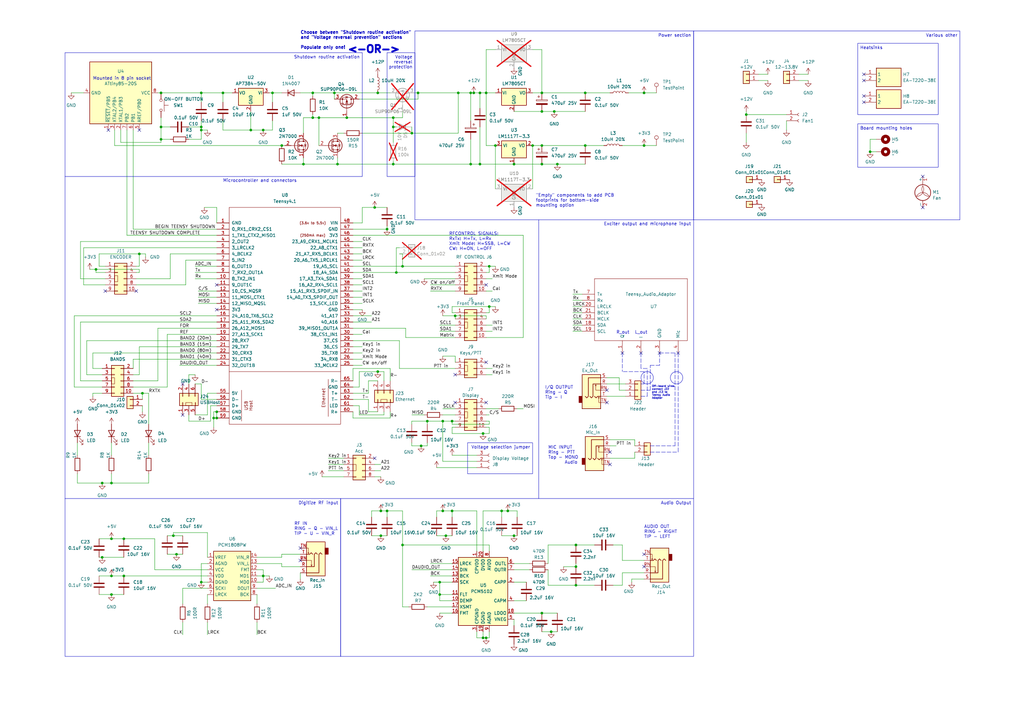
<source format=kicad_sch>
(kicad_sch (version 20231120) (generator "eeschema") (generator_version "8.0")
  (paper "A3")
  (title_block (title "T41 Main Board") (date "2024-04-26") (rev "V012.6") (comment 1 "         Transcribed to KiCAD by OG King-KI3P") (comment 2 "By Al Peter-AD8GY, Updated by WJ Schmidt-K9HZ") (comment 3 "Changed part and orientation for Q1"))
  (junction (at 154.94 152.4))
  (junction (at 153.67 85.09))
  (junction (at 39.37 110.49))
  (junction (at 182.88 219.71))
  (junction (at 41.91 198.12))
  (junction (at 236.22 232.41))
  (junction (at 107.95 236.22))
  (junction (at 161.29 48.26))
  (junction (at 107.95 53.34))
  (junction (at 165.1 223.52))
  (junction (at 156.21 209.55))
  (junction (at 222.25 45.72))
  (junction (at 228.6 67.31))
  (junction (at 187.96 38.1))
  (junction (at 45.72 220.98))
  (junction (at 194.31 38.1))
  (junction (at 200.66 109.22))
  (junction (at 199.39 38.1))
  (junction (at 171.45 38.1))
  (junction (at 161.29 52.07))
  (junction (at 130.81 48.26))
  (junction (at 50.8 220.98))
  (junction (at 66.04 52.07))
  (junction (at 138.43 67.31))
  (junction (at 222.25 67.31))
  (junction (at 115.57 59.69))
  (junction (at 128.27 38.1))
  (junction (at 193.04 38.1))
  (junction (at 208.28 209.55))
  (junction (at 124.46 67.31))
  (junction (at 210.82 219.71))
  (junction (at 200.66 125.73))
  (junction (at 205.74 209.55))
  (junction (at 236.22 240.03))
  (junction (at 172.72 182.88))
  (junction (at 41.91 228.6))
  (junction (at 154.94 38.1))
  (junction (at 137.16 38.1))
  (junction (at 158.75 93.98))
  (junction (at 82.55 38.1))
  (junction (at 71.12 219.71))
  (junction (at 58.42 161.29))
  (junction (at 102.87 53.34))
  (junction (at 158.75 209.55))
  (junction (at 306.07 46.99))
  (junction (at 45.72 236.22))
  (junction (at 162.56 111.76))
  (junction (at 264.16 59.69))
  (junction (at 185.42 172.72))
  (junction (at 156.21 219.71))
  (junction (at 222.25 59.69))
  (junction (at 180.34 238.76))
  (junction (at 165.1 109.22))
  (junction (at 161.29 67.31))
  (junction (at 203.2 59.69))
  (junction (at 196.85 38.1))
  (junction (at 45.72 243.84))
  (junction (at 111.76 38.1))
  (junction (at 181.61 172.72))
  (junction (at 236.22 223.52))
  (junction (at 91.44 38.1))
  (junction (at 198.12 177.8))
  (junction (at 240.03 38.1))
  (junction (at 193.04 67.31))
  (junction (at 66.04 57.15))
  (junction (at 196.85 67.31))
  (junction (at 181.61 209.55))
  (junction (at 222.25 38.1))
  (junction (at 168.91 54.61))
  (junction (at 66.04 38.1))
  (junction (at 186.69 129.54))
  (junction (at 128.27 48.26))
  (junction (at 226.06 259.08))
  (junction (at 175.26 172.72))
  (junction (at 198.12 261.62))
  (junction (at 180.34 243.84))
  (junction (at 88.9 168.91))
  (junction (at 199.39 261.62))
  (junction (at 356.87 62.23))
  (junction (at 218.44 59.69))
  (junction (at 222.25 251.46))
  (junction (at 50.8 236.22))
  (junction (at 240.03 59.69))
  (junction (at 82.55 238.76))
  (junction (at 82.55 53.34))
  (junction (at 264.16 38.1))
  (junction (at 57.15 104.14))
  (junction (at 142.24 48.26))
  (junction (at 45.72 198.12))
  (junction (at 185.42 209.55))
  (junction (at 87.63 171.45))
  (junction (at 82.55 52.07))
  (junction (at 88.9 171.45))
  (junction (at 227.33 45.72))
  (junction (at 72.39 227.33))
  (junction (at 210.82 67.31))
  (no_connect (at 248.92 160.02))
  (no_connect (at 153.67 187.96))
  (no_connect (at 44.45 53.34))
  (no_connect (at 354.33 39.37))
  (no_connect (at 43.18 119.38))
  (no_connect (at 74.93 170.18))
  (no_connect (at 270.51 144.78))
  (no_connect (at 248.92 165.1))
  (no_connect (at 88.9 127))
  (no_connect (at 123.19 229.87))
  (no_connect (at 378.46 72.39))
  (no_connect (at 57.15 53.34))
  (no_connect (at 354.33 33.02))
  (no_connect (at 74.93 157.48))
  (no_connect (at 250.19 185.42))
  (no_connect (at 88.9 116.84))
  (no_connect (at 255.27 144.78))
  (no_connect (at 378.46 85.09))
  (no_connect (at 186.69 165.1))
  (no_connect (at 264.16 232.41))
  (no_connect (at 250.19 190.5))
  (no_connect (at 264.16 227.33))
  (no_connect (at 199.39 165.1))
  (no_connect (at 55.88 119.38))
  (no_connect (at 278.13 144.78))
  (no_connect (at 262.89 144.78))
  (no_connect (at 199.39 148.59))
  (no_connect (at 186.69 153.67))
  (no_connect (at 199.39 116.84))
  (no_connect (at 354.33 30.48))
  (no_connect (at 354.33 41.91))
  (no_connect (at 123.19 224.79))
  (wire (pts (xy 82.55 238.76) (xy 85.09 238.76)))
  (wire (pts (xy 82.55 38.1) (xy 91.44 38.1)))
  (wire (pts (xy 138.43 67.31) (xy 161.29 67.31)))
  (wire (pts (xy 226.06 259.08) (xy 228.6 259.08)))
  (wire (pts (xy 49.53 53.34) (xy 49.53 58.42)))
  (wire (pts (xy 218.44 20.32) (xy 222.25 20.32)))
  (wire (pts (xy 36.83 110.49) (xy 39.37 110.49)))
  (wire (pts (xy 88.9 106.68) (xy 76.2 106.68)))
  (wire (pts (xy 193.04 67.31) (xy 196.85 67.31)))
  (wire (pts (xy 137.16 38.1) (xy 154.94 38.1)))
  (wire (pts (xy 222.25 20.32) (xy 222.25 38.1)))
  (wire (pts (xy 115.57 227.33) (xy 123.19 227.33)))
  (wire (pts (xy 234.95 130.81) (xy 238.76 130.81)))
  (wire (pts (xy 250.19 182.88) (xy 252.73 182.88)))
  (wire (pts (xy 222.25 251.46) (xy 228.6 251.46)))
  (wire (pts (xy 157.48 156.21) (xy 157.48 152.4)))
  (wire (pts (xy 200.66 173.99) (xy 185.42 173.99)))
  (wire (pts (xy 102.87 53.34) (xy 91.44 53.34)))
  (wire (pts (xy 148.59 85.09) (xy 153.67 85.09)))
  (wire (pts (xy 111.76 38.1) (xy 115.57 38.1)))
  (wire (pts (xy 66.04 57.15) (xy 69.85 57.15)))
  (wire (pts (xy 203.2 20.32) (xy 199.39 20.32)))
  (wire (pts (xy 57.15 109.22) (xy 55.88 109.22)))
  (wire (pts (xy 85.09 228.6) (xy 85.09 218.44)))
  (wire (pts (xy 186.69 128.27) (xy 185.42 128.27)))
  (polyline (pts (xy 276.86 182.88) (xy 276.86 144.78)) (stroke (width 0) (type dash)))
  (wire (pts (xy 54.61 161.29) (xy 58.42 161.29)))
  (wire (pts (xy 124.46 67.31) (xy 138.43 67.31)))
  (wire (pts (xy 50.8 220.98) (xy 63.5 220.98)))
  (wire (pts (xy 144.78 142.24) (xy 148.59 142.24)))
  (wire (pts (xy 69.85 114.3) (xy 55.88 114.3)))
  (wire (pts (xy 222.25 59.69) (xy 240.03 59.69)))
  (wire (pts (xy 199.39 175.26) (xy 200.66 175.26)))
  (polyline (pts (xy 262.89 162.56) (xy 265.43 162.56)) (stroke (width 0) (type dash)))
  (wire (pts (xy 199.39 38.1) (xy 199.39 59.69)))
  (wire (pts (xy 66.04 38.1) (xy 82.55 38.1)))
  (wire (pts (xy 201.93 153.67) (xy 199.39 153.67)))
  (wire (pts (xy 86.36 166.37) (xy 88.9 166.37)))
  (wire (pts (xy 194.31 38.1) (xy 196.85 38.1)))
  (wire (pts (xy 203.2 38.1) (xy 199.39 38.1)))
  (wire (pts (xy 162.56 111.76) (xy 186.69 111.76)))
  (wire (pts (xy 115.57 59.69) (xy 116.84 59.69)))
  (wire (pts (xy 91.44 49.53) (xy 91.44 53.34)))
  (wire (pts (xy 171.45 38.1) (xy 187.96 38.1)))
  (wire (pts (xy 264.16 237.49) (xy 259.08 237.49)))
  (wire (pts (xy 255.27 223.52) (xy 255.27 229.87)))
  (wire (pts (xy 199.39 138.43) (xy 214.63 138.43)))
  (wire (pts (xy 198.12 261.62) (xy 199.39 261.62)))
  (wire (pts (xy 57.15 111.76) (xy 55.88 111.76)))
  (wire (pts (xy 175.26 172.72) (xy 181.61 172.72)))
  (wire (pts (xy 168.91 182.88) (xy 172.72 182.88)))
  (wire (pts (xy 200.66 177.8) (xy 200.66 175.26)))
  (wire (pts (xy 162.56 101.6) (xy 163.83 101.6)))
  (wire (pts (xy 144.78 109.22) (xy 165.1 109.22)))
  (wire (pts (xy 82.55 49.53) (xy 82.55 52.07)))
  (wire (pts (xy 95.25 38.1) (xy 91.44 38.1)))
  (wire (pts (xy 45.72 236.22) (xy 50.8 236.22)))
  (wire (pts (xy 224.79 223.52) (xy 224.79 231.14)))
  (wire (pts (xy 168.91 172.72) (xy 175.26 172.72)))
  (wire (pts (xy 124.46 48.26) (xy 124.46 54.61)))
  (wire (pts (xy 45.72 181.61) (xy 45.72 186.69)))
  (wire (pts (xy 87.63 171.45) (xy 87.63 168.91)))
  (wire (pts (xy 214.63 167.64) (xy 212.09 167.64)))
  (wire (pts (xy 193.04 57.15) (xy 193.04 67.31)))
  (wire (pts (xy 148.59 91.44) (xy 148.59 85.09)))
  (wire (pts (xy 195.58 259.08) (xy 195.58 261.62)))
  (wire (pts (xy 180.34 238.76) (xy 180.34 243.84)))
  (wire (pts (xy 49.53 58.42) (xy 66.04 58.42)))
  (wire (pts (xy 81.28 124.46) (xy 88.9 124.46)))
  (wire (pts (xy 185.42 125.73) (xy 200.66 125.73)))
  (wire (pts (xy 254 154.94) (xy 254 160.02)))
  (wire (pts (xy 124.46 64.77) (xy 124.46 67.31)))
  (wire (pts (xy 175.26 172.72) (xy 175.26 173.99)))
  (wire (pts (xy 57.15 111.76) (xy 57.15 110.49)))
  (wire (pts (xy 115.57 227.33) (xy 115.57 228.6)))
  (wire (pts (xy 144.78 147.32) (xy 148.59 147.32)))
  (wire (pts (xy 144.78 106.68) (xy 148.59 106.68)))
  (polyline (pts (xy 262.89 144.78) (xy 262.89 151.13)) (stroke (width 0) (type dash)))
  (wire (pts (xy 185.42 209.55) (xy 195.58 209.55)))
  (wire (pts (xy 161.29 48.26) (xy 165.1 48.26)))
  (wire (pts (xy 68.58 137.16) (xy 88.9 137.16)))
  (wire (pts (xy 210.82 251.46) (xy 222.25 251.46)))
  (wire (pts (xy 158.75 209.55) (xy 165.1 209.55)))
  (wire (pts (xy 168.91 233.68) (xy 185.42 233.68)))
  (wire (pts (xy 166.37 134.62) (xy 144.78 134.62)))
  (wire (pts (xy 123.19 234.95) (xy 123.19 237.49)))
  (wire (pts (xy 34.29 101.6) (xy 34.29 116.84)))
  (wire (pts (xy 68.58 219.71) (xy 71.12 219.71)))
  (wire (pts (xy 147.32 170.18) (xy 147.32 166.37)))
  (wire (pts (xy 144.78 121.92) (xy 148.59 121.92)))
  (wire (pts (xy 128.27 48.26) (xy 130.81 48.26)))
  (wire (pts (xy 199.39 135.89) (xy 201.93 135.89)))
  (wire (pts (xy 63.5 233.68) (xy 85.09 233.68)))
  (wire (pts (xy 186.69 129.54) (xy 199.39 129.54)))
  (wire (pts (xy 88.9 85.09) (xy 83.82 85.09)))
  (wire (pts (xy 199.39 167.64) (xy 204.47 167.64)))
  (wire (pts (xy 60.96 181.61) (xy 60.96 186.69)))
  (wire (pts (xy 105.41 243.84) (xy 105.41 247.65)))
  (wire (pts (xy 185.42 175.26) (xy 185.42 177.8)))
  (wire (pts (xy 59.69 105.41) (xy 59.69 104.14)))
  (wire (pts (xy 73.66 149.86) (xy 88.9 149.86)))
  (wire (pts (xy 264.16 229.87) (xy 255.27 229.87)))
  (wire (pts (xy 193.04 38.1) (xy 193.04 49.53)))
  (wire (pts (xy 134.62 193.04) (xy 140.97 193.04)))
  (wire (pts (xy 151.13 161.29) (xy 144.78 161.29)))
  (wire (pts (xy 41.91 198.12) (xy 45.72 198.12)))
  (wire (pts (xy 76.2 106.68) (xy 76.2 116.84)))
  (wire (pts (xy 255.27 240.03) (xy 251.46 240.03)))
  (wire (pts (xy 31.75 181.61) (xy 31.75 186.69)))
  (wire (pts (xy 186.69 130.81) (xy 186.69 129.54)))
  (wire (pts (xy 54.61 153.67) (xy 57.15 153.67)))
  (wire (pts (xy 41.91 153.67) (xy 35.56 153.67)))
  (wire (pts (xy 57.15 104.14) (xy 59.69 104.14)))
  (polyline (pts (xy 264.16 157.48) (xy 264.16 152.4)) (stroke (width 0) (type dash)))
  (wire (pts (xy 168.91 173.99) (xy 168.91 172.72)))
  (wire (pts (xy 105.41 233.68) (xy 107.95 233.68)))
  (wire (pts (xy 200.66 125.73) (xy 200.66 128.27)))
  (wire (pts (xy 41.91 158.75) (xy 30.48 158.75)))
  (wire (pts (xy 132.08 195.58) (xy 140.97 195.58)))
  (wire (pts (xy 306.07 46.99) (xy 322.58 46.99)))
  (wire (pts (xy 40.64 220.98) (xy 45.72 220.98)))
  (wire (pts (xy 181.61 209.55) (xy 185.42 209.55)))
  (wire (pts (xy 111.76 49.53) (xy 111.76 53.34)))
  (wire (pts (xy 38.1 144.78) (xy 88.9 144.78)))
  (wire (pts (xy 160.02 171.45) (xy 144.78 171.45)))
  (wire (pts (xy 180.34 243.84) (xy 180.34 246.38)))
  (wire (pts (xy 81.28 121.92) (xy 88.9 121.92)))
  (wire (pts (xy 181.61 129.54) (xy 186.69 129.54)))
  (wire (pts (xy 40.64 104.14) (xy 40.64 109.22)))
  (wire (pts (xy 40.64 228.6) (xy 41.91 228.6)))
  (wire (pts (xy 201.93 114.3) (xy 199.39 114.3)))
  (wire (pts (xy 165.1 104.14) (xy 165.1 109.22)))
  (wire (pts (xy 130.81 48.26) (xy 130.81 59.69)))
  (wire (pts (xy 34.29 101.6) (xy 88.9 101.6)))
  (wire (pts (xy 327.66 30.48) (xy 331.47 30.48)))
  (wire (pts (xy 138.43 64.77) (xy 138.43 67.31)))
  (wire (pts (xy 91.44 38.1) (xy 91.44 41.91)))
  (wire (pts (xy 77.47 153.67) (xy 80.01 153.67)))
  (wire (pts (xy 33.02 114.3) (xy 33.02 99.06)))
  (wire (pts (xy 82.55 53.34) (xy 85.09 53.34)))
  (wire (pts (xy 35.56 139.7) (xy 88.9 139.7)))
  (wire (pts (xy 210.82 238.76) (xy 215.9 238.76)))
  (wire (pts (xy 234.95 135.89) (xy 238.76 135.89)))
  (wire (pts (xy 148.59 54.61) (xy 168.91 54.61)))
  (wire (pts (xy 165.1 109.22) (xy 186.69 109.22)))
  (wire (pts (xy 123.19 232.41) (xy 115.57 232.41)))
  (wire (pts (xy 196.85 67.31) (xy 196.85 52.07)))
  (wire (pts (xy 160.02 168.91) (xy 160.02 171.45)))
  (wire (pts (xy 212.09 209.55) (xy 208.28 209.55)))
  (wire (pts (xy 160.02 156.21) (xy 160.02 151.13)))
  (wire (pts (xy 30.48 158.75) (xy 30.48 129.54)))
  (wire (pts (xy 199.39 20.32) (xy 199.39 38.1)))
  (wire (pts (xy 41.91 156.21) (xy 33.02 156.21)))
  (wire (pts (xy 68.58 158.75) (xy 68.58 137.16)))
  (wire (pts (xy 306.07 54.61) (xy 306.07 58.42)))
  (wire (pts (xy 179.07 209.55) (xy 181.61 209.55)))
  (wire (pts (xy 200.66 125.73) (xy 203.2 125.73)))
  (wire (pts (xy 64.77 134.62) (xy 88.9 134.62)))
  (wire (pts (xy 151.13 168.91) (xy 151.13 163.83)))
  (wire (pts (xy 130.81 48.26) (xy 142.24 48.26)))
  (wire (pts (xy 160.02 151.13) (xy 144.78 151.13)))
  (wire (pts (xy 163.83 139.7) (xy 144.78 139.7)))
  (wire (pts (xy 227.33 45.72) (xy 240.03 45.72)))
  (wire (pts (xy 33.02 132.08) (xy 88.9 132.08)))
  (wire (pts (xy 222.25 259.08) (xy 226.06 259.08)))
  (wire (pts (xy 66.04 57.15) (xy 66.04 52.07)))
  (wire (pts (xy 260.35 185.42) (xy 260.35 187.96)))
  (wire (pts (xy 311.15 30.48) (xy 314.96 30.48)))
  (wire (pts (xy 105.41 241.3) (xy 113.03 241.3)))
  (wire (pts (xy 198.12 209.55) (xy 198.12 226.06)))
  (wire (pts (xy 128.27 38.1) (xy 128.27 39.37)))
  (wire (pts (xy 64.77 156.21) (xy 64.77 134.62)))
  (wire (pts (xy 250.19 180.34) (xy 260.35 180.34)))
  (wire (pts (xy 110.49 38.1) (xy 111.76 38.1)))
  (wire (pts (xy 80.01 170.18) (xy 85.09 170.18)))
  (wire (pts (xy 210.82 233.68) (xy 217.17 233.68)))
  (wire (pts (xy 54.61 151.13) (xy 54.61 147.32)))
  (wire (pts (xy 176.53 119.38) (xy 186.69 119.38)))
  (wire (pts (xy 156.21 219.71) (xy 158.75 219.71)))
  (wire (pts (xy 87.63 171.45) (xy 88.9 171.45)))
  (wire (pts (xy 74.93 260.35) (xy 74.93 255.27)))
  (wire (pts (xy 186.69 175.26) (xy 185.42 175.26)))
  (wire (pts (xy 186.69 148.59) (xy 186.69 146.05)))
  (polyline (pts (xy 265.43 162.56) (xy 265.43 151.13)) (stroke (width 0) (type dash)))
  (polyline (pts (xy 26.67 72.39) (xy 26.67 204.47)))
  (wire (pts (xy 166.37 138.43) (xy 166.37 134.62)))
  (wire (pts (xy 257.81 38.1) (xy 264.16 38.1)))
  (wire (pts (xy 38.1 161.29) (xy 38.1 162.56)))
  (wire (pts (xy 236.22 223.52) (xy 224.79 223.52)))
  (wire (pts (xy 180.34 251.46) (xy 185.42 251.46)))
  (wire (pts (xy 82.55 163.83) (xy 88.9 163.83)))
  (wire (pts (xy 153.67 195.58) (xy 156.21 195.58)))
  (wire (pts (xy 176.53 231.14) (xy 185.42 231.14)))
  (wire (pts (xy 80.01 114.3) (xy 88.9 114.3)))
  (wire (pts (xy 311.15 33.02) (xy 314.96 33.02)))
  (wire (pts (xy 224.79 233.68) (xy 224.79 240.03)))
  (wire (pts (xy 222.25 45.72) (xy 227.33 45.72)))
  (wire (pts (xy 306.07 45.72) (xy 306.07 46.99)))
  (wire (pts (xy 85.09 170.18) (xy 85.09 161.29)))
  (wire (pts (xy 201.93 119.38) (xy 199.39 119.38)))
  (wire (pts (xy 200.66 261.62) (xy 200.66 259.08)))
  (wire (pts (xy 144.78 99.06) (xy 148.59 99.06)))
  (wire (pts (xy 195.58 189.23) (xy 181.61 189.23)))
  (wire (pts (xy 210.82 231.14) (xy 217.17 231.14)))
  (wire (pts (xy 41.91 151.13) (xy 38.1 151.13)))
  (wire (pts (xy 144.78 104.14) (xy 148.59 104.14)))
  (wire (pts (xy 144.78 132.08) (xy 152.4 132.08)))
  (wire (pts (xy 234.95 120.65) (xy 238.76 120.65)))
  (wire (pts (xy 161.29 66.04) (xy 161.29 67.31)))
  (wire (pts (xy 210.82 219.71) (xy 212.09 219.71)))
  (wire (pts (xy 210.82 246.38) (xy 215.9 246.38)))
  (wire (pts (xy 123.19 38.1) (xy 128.27 38.1)))
  (wire (pts (xy 45.72 194.31) (xy 45.72 198.12)))
  (wire (pts (xy 168.91 181.61) (xy 168.91 182.88)))
  (wire (pts (xy 46.99 53.34) (xy 46.99 59.69)))
  (wire (pts (xy 200.66 111.76) (xy 199.39 111.76)))
  (wire (pts (xy 234.95 133.35) (xy 238.76 133.35)))
  (wire (pts (xy 64.77 38.1) (xy 66.04 38.1)))
  (wire (pts (xy 205.74 209.55) (xy 198.12 209.55)))
  (wire (pts (xy 82.55 157.48) (xy 82.55 163.83)))
  (wire (pts (xy 55.88 116.84) (xy 76.2 116.84)))
  (wire (pts (xy 255.27 234.95) (xy 255.27 240.03)))
  (wire (pts (xy 186.69 146.05) (xy 181.61 146.05)))
  (wire (pts (xy 222.25 38.1) (xy 240.03 38.1)))
  (wire (pts (xy 148.59 124.46) (xy 144.78 124.46)))
  (wire (pts (xy 152.4 219.71) (xy 156.21 219.71)))
  (polyline (pts (xy 270.51 144.78) (xy 270.51 149.86)) (stroke (width 0) (type dash)))
  (wire (pts (xy 85.09 255.27) (xy 85.09 260.35)))
  (wire (pts (xy 195.58 261.62) (xy 198.12 261.62)))
  (wire (pts (xy 168.91 54.61) (xy 187.96 54.61)))
  (wire (pts (xy 205.74 219.71) (xy 210.82 219.71)))
  (wire (pts (xy 111.76 38.1) (xy 111.76 41.91)))
  (wire (pts (xy 248.92 154.94) (xy 254 154.94)))
  (wire (pts (xy 87.63 168.91) (xy 88.9 168.91)))
  (wire (pts (xy 52.07 53.34) (xy 52.07 96.52)))
  (wire (pts (xy 107.95 233.68) (xy 107.95 236.22)))
  (wire (pts (xy 205.74 212.09) (xy 205.74 209.55)))
  (wire (pts (xy 142.24 48.26) (xy 161.29 48.26)))
  (wire (pts (xy 66.04 58.42) (xy 66.04 57.15)))
  (wire (pts (xy 144.78 127) (xy 148.59 127)))
  (wire (pts (xy 185.42 209.55) (xy 185.42 212.09)))
  (wire (pts (xy 196.85 38.1) (xy 196.85 44.45)))
  (wire (pts (xy 30.48 129.54) (xy 88.9 129.54)))
  (wire (pts (xy 40.64 236.22) (xy 45.72 236.22)))
  (wire (pts (xy 69.85 104.14) (xy 88.9 104.14)))
  (polyline (pts (xy 266.7 185.42) (xy 278.13 185.42)) (stroke (width 0) (type dash)))
  (wire (pts (xy 66.04 52.07) (xy 69.85 52.07)))
  (wire (pts (xy 199.39 109.22) (xy 200.66 109.22)))
  (wire (pts (xy 151.13 163.83) (xy 144.78 163.83)))
  (wire (pts (xy 153.67 193.04) (xy 156.21 193.04)))
  (wire (pts (xy 87.63 175.26) (xy 87.63 171.45)))
  (wire (pts (xy 77.47 157.48) (xy 77.47 153.67)))
  (wire (pts (xy 147.32 158.75) (xy 147.32 152.4)))
  (polyline (pts (xy 266.7 149.86) (xy 270.51 149.86)) (stroke (width 0) (type dash)))
  (wire (pts (xy 200.66 172.72) (xy 200.66 173.99)))
  (wire (pts (xy 181.61 189.23) (xy 181.61 172.72)))
  (wire (pts (xy 86.36 172.72) (xy 86.36 166.37)))
  (wire (pts (xy 82.55 57.15) (xy 77.47 57.15)))
  (wire (pts (xy 107.95 236.22) (xy 107.95 238.76)))
  (wire (pts (xy 179.07 219.71) (xy 182.88 219.71)))
  (wire (pts (xy 250.19 187.96) (xy 260.35 187.96)))
  (wire (pts (xy 60.96 194.31) (xy 60.96 198.12)))
  (wire (pts (xy 88.9 96.52) (xy 52.07 96.52)))
  (wire (pts (xy 180.34 135.89) (xy 186.69 135.89)))
  (wire (pts (xy 199.39 59.69) (xy 203.2 59.69)))
  (wire (pts (xy 147.32 40.64) (xy 171.45 40.64)))
  (wire (pts (xy 234.95 125.73) (xy 238.76 125.73)))
  (wire (pts (xy 60.96 161.29) (xy 60.96 173.99)))
  (wire (pts (xy 185.42 186.69) (xy 195.58 186.69)))
  (wire (pts (xy 259.08 237.49) (xy 259.08 238.76)))
  (wire (pts (xy 165.1 48.26) (xy 165.1 45.72)))
  (wire (pts (xy 186.69 151.13) (xy 163.83 151.13)))
  (wire (pts (xy 144.78 119.38) (xy 148.59 119.38)))
  (wire (pts (xy 31.75 194.31) (xy 31.75 198.12)))
  (wire (pts (xy 199.39 151.13) (xy 201.93 151.13)))
  (wire (pts (xy 151.13 156.21) (xy 151.13 161.29)))
  (wire (pts (xy 154.94 152.4) (xy 157.48 152.4)))
  (wire (pts (xy 185.42 172.72) (xy 186.69 172.72)))
  (wire (pts (xy 69.85 114.3) (xy 69.85 104.14)))
  (wire (pts (xy 58.42 166.37) (xy 58.42 168.91)))
  (wire (pts (xy 165.1 223.52) (xy 165.1 209.55)))
  (wire (pts (xy 199.39 38.1) (xy 196.85 38.1)))
  (wire (pts (xy 200.66 226.06) (xy 200.66 223.52)))
  (polyline (pts (xy 264.16 152.4) (xy 255.27 152.4)) (stroke (width 0) (type dash)))
  (wire (pts (xy 236.22 231.14) (xy 236.22 232.41)))
  (wire (pts (xy 179.07 191.77) (xy 195.58 191.77)))
  (wire (pts (xy 173.99 114.3) (xy 186.69 114.3)))
  (polyline (pts (xy 262.89 157.48) (xy 264.16 157.48)) (stroke (width 0) (type dash)))
  (wire (pts (xy 185.42 177.8) (xy 198.12 177.8)))
  (wire (pts (xy 41.91 161.29) (xy 38.1 161.29)))
  (wire (pts (xy 144.78 114.3) (xy 148.59 114.3)))
  (wire (pts (xy 74.93 241.3) (xy 85.09 241.3)))
  (wire (pts (xy 41.91 228.6) (xy 50.8 228.6)))
  (wire (pts (xy 45.72 220.98) (xy 50.8 220.98)))
  (wire (pts (xy 77.47 172.72) (xy 86.36 172.72)))
  (wire (pts (xy 162.56 101.6) (xy 162.56 111.76)))
  (wire (pts (xy 144.78 158.75) (xy 147.32 158.75)))
  (wire (pts (xy 322.58 49.53) (xy 322.58 53.34)))
  (polyline (pts (xy 284.48 90.17) (xy 284.48 204.47)))
  (wire (pts (xy 128.27 46.99) (xy 128.27 48.26)))
  (wire (pts (xy 40.64 104.14) (xy 57.15 104.14)))
  (wire (pts (xy 201.93 133.35) (xy 199.39 133.35)))
  (wire (pts (xy 180.34 133.35) (xy 186.69 133.35)))
  (wire (pts (xy 185.42 173.99) (xy 185.42 172.72)))
  (wire (pts (xy 205.74 209.55) (xy 208.28 209.55)))
  (wire (pts (xy 71.12 219.71) (xy 74.93 219.71)))
  (wire (pts (xy 264.16 59.69) (xy 269.24 59.69)))
  (wire (pts (xy 144.78 151.13) (xy 144.78 156.21)))
  (wire (pts (xy 71.12 218.44) (xy 71.12 219.71)))
  (wire (pts (xy 157.48 168.91) (xy 157.48 170.18)))
  (wire (pts (xy 107.95 53.34) (xy 102.87 53.34)))
  (wire (pts (xy 107.95 236.22) (xy 110.49 236.22)))
  (wire (pts (xy 187.96 54.61) (xy 187.96 38.1)))
  (wire (pts (xy 147.32 152.4) (xy 154.94 152.4)))
  (wire (pts (xy 236.22 223.52) (xy 243.84 223.52)))
  (wire (pts (xy 128.27 38.1) (xy 137.16 38.1)))
  (wire (pts (xy 38.1 151.13) (xy 38.1 144.78)))
  (wire (pts (xy 54.61 147.32) (xy 88.9 147.32)))
  (wire (pts (xy 157.48 170.18) (xy 147.32 170.18)))
  (wire (pts (xy 152.4 209.55) (xy 152.4 212.09)))
  (wire (pts (xy 105.41 255.27) (xy 105.41 260.35)))
  (wire (pts (xy 181.61 170.18) (xy 186.69 170.18)))
  (wire (pts (xy 31.75 198.12) (xy 41.91 198.12)))
  (wire (pts (xy 154.94 38.1) (xy 160.02 38.1)))
  (wire (pts (xy 105.41 236.22) (xy 107.95 236.22)))
  (wire (pts (xy 248.92 162.56) (xy 256.54 162.56)))
  (wire (pts (xy 167.64 248.92) (xy 165.1 248.92)))
  (wire (pts (xy 181.61 172.72) (xy 185.42 172.72)))
  (wire (pts (xy 165.1 104.14) (xy 163.83 104.14)))
  (polyline (pts (xy 278.13 144.78) (xy 278.13 185.42)) (stroke (width 0) (type dash)))
  (wire (pts (xy 80.01 157.48) (xy 82.55 157.48)))
  (wire (pts (xy 137.16 38.1) (xy 137.16 40.64)))
  (wire (pts (xy 210.82 254) (xy 210.82 256.54)))
  (wire (pts (xy 77.47 52.07) (xy 82.55 52.07)))
  (wire (pts (xy 200.66 109.22) (xy 203.2 109.22)))
  (wire (pts (xy 228.6 67.31) (xy 240.03 67.31)))
  (wire (pts (xy 163.83 151.13) (xy 163.83 139.7)))
  (wire (pts (xy 255.27 234.95) (xy 264.16 234.95)))
  (wire (pts (xy 33.02 99.06) (xy 88.9 99.06)))
  (wire (pts (xy 43.18 109.22) (xy 40.64 109.22)))
  (wire (pts (xy 181.61 167.64) (xy 186.69 167.64)))
  (wire (pts (xy 147.32 166.37) (xy 144.78 166.37)))
  (wire (pts (xy 43.18 111.76) (xy 39.37 111.76)))
  (wire (pts (xy 63.5 220.98) (xy 63.5 233.68)))
  (wire (pts (xy 176.53 116.84) (xy 186.69 116.84)))
  (wire (pts (xy 144.78 149.86) (xy 148.59 149.86)))
  (wire (pts (xy 46.99 59.69) (xy 115.57 59.69)))
  (wire (pts (xy 212.09 212.09) (xy 212.09 209.55)))
  (polyline (pts (xy 262.89 160.02) (xy 266.7 160.02)) (stroke (width 0) (type dash)))
  (wire (pts (xy 153.67 85.09) (xy 158.75 85.09)))
  (wire (pts (xy 107.95 238.76) (xy 105.41 238.76)))
  (wire (pts (xy 161.29 52.07) (xy 161.29 58.42)))
  (wire (pts (xy 224.79 240.03) (xy 236.22 240.03)))
  (wire (pts (xy 39.37 110.49) (xy 57.15 110.49)))
  (wire (pts (xy 154.94 156.21) (xy 151.13 156.21)))
  (wire (pts (xy 40.64 243.84) (xy 45.72 243.84)))
  (wire (pts (xy 158.75 212.09) (xy 158.75 209.55)))
  (wire (pts (xy 175.26 182.88) (xy 175.26 181.61)))
  (wire (pts (xy 198.12 177.8) (xy 200.66 177.8)))
  (wire (pts (xy 88.9 93.98) (xy 54.61 93.98)))
  (wire (pts (xy 43.18 116.84) (xy 34.29 116.84)))
  (wire (pts (xy 172.72 182.88) (xy 175.26 182.88)))
  (wire (pts (xy 144.78 91.44) (xy 148.59 91.44)))
  (wire (pts (xy 138.43 54.61) (xy 140.97 54.61)))
  (wire (pts (xy 158.75 93.98) (xy 144.78 93.98)))
  (wire (pts (xy 82.55 38.1) (xy 82.55 41.91)))
  (wire (pts (xy 255.27 223.52) (xy 251.46 223.52)))
  (wire (pts (xy 144.78 101.6) (xy 148.59 101.6)))
  (wire (pts (xy 80.01 109.22) (xy 88.9 109.22)))
  (wire (pts (xy 234.95 128.27) (xy 238.76 128.27)))
  (wire (pts (xy 264.16 38.1) (xy 269.24 38.1)))
  (wire (pts (xy 82.55 231.14) (xy 82.55 238.76)))
  (wire (pts (xy 200.66 170.18) (xy 199.39 170.18)))
  (wire (pts (xy 165.1 248.92) (xy 165.1 223.52)))
  (wire (pts (xy 45.72 243.84) (xy 50.8 243.84)))
  (wire (pts (xy 171.45 40.64) (xy 171.45 38.1)))
  (wire (pts (xy 144.78 116.84) (xy 148.59 116.84)))
  (wire (pts (xy 153.67 190.5) (xy 156.21 190.5)))
  (wire (pts (xy 134.62 190.5) (xy 140.97 190.5)))
  (wire (pts (xy 170.18 38.1) (xy 171.45 38.1)))
  (wire (pts (xy 154.94 168.91) (xy 151.13 168.91)))
  (wire (pts (xy 134.62 187.96) (xy 140.97 187.96)))
  (wire (pts (xy 85.09 243.84) (xy 85.09 247.65)))
  (wire (pts (xy 255.27 59.69) (xy 264.16 59.69)))
  (wire (pts (xy 85.09 218.44) (xy 71.12 218.44)))
  (polyline (pts (xy 220.98 90.17) (xy 220.98 204.47)))
  (wire (pts (xy 156.21 209.55) (xy 152.4 209.55)))
  (wire (pts (xy 50.8 236.22) (xy 85.09 236.22)))
  (wire (pts (xy 58.42 161.29) (xy 60.96 161.29)))
  (wire (pts (xy 214.63 96.52) (xy 144.78 96.52)))
  (wire (pts (xy 58.42 161.29) (xy 58.42 163.83)))
  (wire (pts (xy 144.78 171.45) (xy 144.78 168.91)))
  (wire (pts (xy 193.04 38.1) (xy 194.31 38.1)))
  (wire (pts (xy 105.41 231.14) (xy 115.57 231.14)))
  (wire (pts (xy 77.47 170.18) (xy 77.47 172.72)))
  (wire (pts (xy 85.09 161.29) (xy 88.9 161.29)))
  (wire (pts (xy 88.9 168.91) (xy 88.9 171.45)))
  (wire (pts (xy 115.57 228.6) (xy 105.41 228.6)))
  (wire (pts (xy 168.91 52.07) (xy 168.91 54.61)))
  (wire (pts (xy 180.34 246.38) (xy 185.42 246.38)))
  (wire (pts (xy 195.58 209.55) (xy 195.58 226.06)))
  (wire (pts (xy 200.66 128.27) (xy 199.39 128.27)))
  (wire (pts (xy 177.8 238.76) (xy 180.34 238.76)))
  (wire (pts (xy 161.29 48.26) (xy 161.29 52.07)))
  (wire (pts (xy 356.87 62.23) (xy 359.41 62.23)))
  (wire (pts (xy 210.82 67.31) (xy 222.25 67.31)))
  (wire (pts (xy 234.95 123.19) (xy 238.76 123.19)))
  (polyline (pts (xy 266.7 160.02) (xy 266.7 149.86)) (stroke (width 0) (type dash)))
  (wire (pts (xy 168.91 170.18) (xy 173.99 170.18)))
  (wire (pts (xy 148.59 137.16) (xy 144.78 137.16)))
  (wire (pts (xy 218.44 59.69) (xy 218.44 77.47)))
  (wire (pts (xy 214.63 138.43) (xy 214.63 96.52)))
  (wire (pts (xy 185.42 238.76) (xy 180.34 238.76)))
  (wire (pts (xy 200.66 109.22) (xy 200.66 111.76)))
  (wire (pts (xy 72.39 227.33) (xy 74.93 227.33)))
  (wire (pts (xy 327.66 33.02) (xy 331.47 33.02)))
  (wire (pts (xy 144.78 129.54) (xy 152.4 129.54)))
  (wire (pts (xy 222.25 67.31) (xy 228.6 67.31)))
  (wire (pts (xy 210.82 45.72) (xy 222.25 45.72)))
  (wire (pts (xy 165.1 223.52) (xy 200.66 223.52)))
  (wire (pts (xy 240.03 38.1) (xy 250.19 38.1)))
  (wire (pts (xy 158.75 209.55) (xy 156.21 209.55)))
  (wire (pts (xy 68.58 227.33) (xy 72.39 227.33)))
  (wire (pts (xy 356.87 57.15) (xy 356.87 62.23)))
  (wire (pts (xy 88.9 91.44) (xy 88.9 85.09)))
  (wire (pts (xy 199.39 172.72) (xy 200.66 172.72)))
  (wire (pts (xy 161.29 52.07) (xy 162.56 52.07)))
  (wire (pts (xy 240.03 59.69) (xy 247.65 59.69)))
  (wire (pts (xy 187.96 38.1) (xy 193.04 38.1)))
  (wire (pts (xy 115.57 67.31) (xy 124.46 67.31)))
  (wire (pts (xy 39.37 111.76) (xy 39.37 110.49)))
  (wire (pts (xy 198.12 259.08) (xy 198.12 261.62)))
  (wire (pts (xy 186.69 138.43) (xy 166.37 138.43)))
  (wire (pts (xy 74.93 247.65) (xy 74.93 241.3)))
  (wire (pts (xy 218.44 59.69) (xy 222.25 59.69)))
  (wire (pts (xy 254 160.02) (xy 256.54 160.02)))
  (wire (pts (xy 161.29 67.31) (xy 193.04 67.31)))
  (wire (pts (xy 210.82 67.31) (xy 196.85 67.31)))
  (wire (pts (xy 182.88 219.71) (xy 185.42 219.71)))
  (wire (pts (xy 57.15 142.24) (xy 88.9 142.24)))
  (wire (pts (xy 35.56 153.67) (xy 35.56 139.7)))
  (wire (pts (xy 248.92 157.48) (xy 256.54 157.48)))
  (polyline (pts (xy 255.27 144.78) (xy 255.27 152.4)) (stroke (width 0) (type dash)))
  (wire (pts (xy 144.78 144.78) (xy 148.59 144.78)))
  (wire (pts (xy 158.75 93.98) (xy 158.75 92.71)))
  (wire (pts (xy 176.53 236.22) (xy 185.42 236.22)))
  (wire (pts (xy 43.18 114.3) (xy 33.02 114.3)))
  (polyline (pts (xy 265.43 151.13) (xy 262.89 151.13)) (stroke (width 0) (type dash)))
  (wire (pts (xy 199.39 129.54) (xy 199.39 130.81)))
  (wire (pts (xy 82.55 231.14) (xy 85.09 231.14)))
  (wire (pts (xy 185.42 128.27) (xy 185.42 125.73)))
  (wire (pts (xy 54.61 53.34) (xy 54.61 93.98)))
  (wire (pts (xy 54.61 156.21) (xy 64.77 156.21)))
  (wire (pts (xy 111.76 53.34) (xy 107.95 53.34)))
  (wire (pts (xy 33.02 156.21) (xy 33.02 132.08)))
  (wire (pts (xy 115.57 232.41) (xy 115.57 231.14)))
  (polyline (pts (xy 270.51 144.78) (xy 276.86 144.78)) (stroke (width 0) (type dash)))
  (wire (pts (xy 82.55 53.34) (xy 82.55 57.15)))
  (wire (pts (xy 180.34 243.84) (xy 185.42 243.84)))
  (wire (pts (xy 57.15 153.67) (xy 57.15 142.24)))
  (wire (pts (xy 29.21 38.1) (xy 34.29 38.1)))
  (wire (pts (xy 236.22 240.03) (xy 243.84 240.03)))
  (wire (pts (xy 80.01 111.76) (xy 88.9 111.76)))
  (wire (pts (xy 231.14 232.41) (xy 236.22 232.41)))
  (wire (pts (xy 199.39 261.62) (xy 200.66 261.62)))
  (polyline (pts (xy 266.7 182.88) (xy 276.86 182.88)) (stroke (width 0) (type dash)))
  (wire (pts (xy 260.35 180.34) (xy 260.35 182.88)))
  (wire (pts (xy 102.87 45.72) (xy 102.87 53.34)))
  (wire (pts (xy 179.07 212.09) (xy 179.07 209.55)))
  (wire (pts (xy 45.72 198.12) (xy 60.96 198.12)))
  (wire (pts (xy 82.55 52.07) (xy 82.55 53.34)))
  (wire (pts (xy 218.44 38.1) (xy 222.25 38.1)))
  (wire (pts (xy 175.26 248.92) (xy 185.42 248.92)))
  (wire (pts (xy 359.41 57.15) (xy 356.87 57.15)))
  (wire (pts (xy 57.15 104.14) (xy 57.15 109.22)))
  (wire (pts (xy 81.28 119.38) (xy 88.9 119.38)))
  (wire (pts (xy 124.46 48.26) (xy 128.27 48.26)))
  (wire (pts (xy 203.2 59.69) (xy 203.2 77.47)))
  (wire (pts (xy 144.78 111.76) (xy 162.56 111.76)))
  (wire (pts (xy 54.61 158.75) (xy 68.58 158.75)))
  (wire (pts (xy 66.04 52.07) (xy 66.04 48.26)))
  (circle (center 277.495 154.94) (radius 2.54))
  (circle (center 265.43 154.94) (radius 2.54))
  (text_box "Various other" (at 284.48 12.7 0) (size 109.22 77.47) (effects (font (size 1.27 1.27)) (justify right top)))
  (text_box "Voltage selection jumper" (at 191.77 181.61 0) (size 26.67 12.7) (effects (font (size 1.27 1.27)) (justify right top)))
  (text_box "Heatsinks" (at 351.79 17.78 0) (size 33.02 29.21) (effects (font (size 1.27 1.27)) (justify left top)))
  (text_box "Power section" (at 170.18 12.7 0) (size 114.3 77.47) (effects (font (size 1.27 1.27)) (justify right top)))
  (text_box "Digitize RF input" (at 26.67 204.47 0) (size 113.03 64.77) (effects (font (size 1.27 1.27)) (justify right top)))
  (text_box "Audio Output" (at 139.7 204.47 0) (size 144.78 64.77) (effects (font (size 1.27 1.27)) (justify right top)))
  (text_box "Shutdown routine activation" (at 26.67 21.59 0) (size 121.92 50.8) (effects (font (size 1.27 1.27)) (justify right top)))
  (text_box "Voltage\nreversal\nprotection" (at 158.75 21.59 0) (size 11.43 50.8) (effects (font (size 1.27 1.27)) (justify right top)))
  (text_box "Board mounting holes" (at 351.79 50.8 0) (size 33.02 17.78) (effects (font (size 1.27 1.27)) (justify left top)))
  (text "Mounted in 8 pin socket" (at 38.1 33.02 0) (effects (font (size 1.27 1.27)) (justify left bottom)))
  (text "MIC INPUT\nRing - PTT\nTop - MONO \n       Audio" (at 224.79 190.5 0) (effects (font (size 1.27 1.27)) (justify left bottom)))
  (text "<-OR->" (at 164.338 22.098 0) (effects (font (size 3 3) (thickness 0.8) (bold yes)) (justify right bottom)))
  (text "RF IN\nRING - Q - VIN_L\nTIP - U - VIN_R" (at 120.65 219.71 0) (effects (font (size 1.27 1.27)) (justify left bottom)))
  (text "I/Q OUTPUT\nRing - Q\nTip - I" (at 223.52 163.83 0) (effects (font (size 1.27 1.27)) (justify left bottom)))
  (text "AUDIO OUT\nRING - RIGHT\nTIP - LEFT" (at 264.16 220.98 0) (effects (font (size 1.27 1.27)) (justify left bottom)))
  (text "L_out" (at 260.35 137.16 0) (effects (font (size 1.27 1.27)) (justify left bottom)))
  (text "Microcontroller and connectors" (at 91.44 74.93 0) (effects (font (size 1.27 1.27)) (justify left bottom)))
  (text "\"Empty\" components to add PCB \nfootprints for bottom-side\nmounting option" (at 219.71 85.09 0) (effects (font (size 1.27 1.27)) (justify left bottom)))
  (text "Off-board wires \nconnect J22 \nand J13 to \nTeensy Audio \nAdaptor" (at 267.335 163.83 0) (effects (font (size 0.75 0.75)) (justify left bottom)))
  (text "Choose between \"Shutdown routine activation\"\nand \"Voltage reversal prevention\" sections\n\nPopulate only one!" (at 123.19 20.32 0) (effects (font (size 1.27 1.27) (thickness 0.254) (bold yes)) (justify left bottom)))
  (text "RFCONTROL SIGNALS:\nRxTx: H=Tx, L=Rx\nXmit Mode: H=SSB, L=CW\nCW: H=ON, L=OFF" (at 184.15 102.87 0) (effects (font (size 1.27 1.27)) (justify left bottom)))
  (text "Exciter output and microphone input" (at 247.65 92.71 0) (effects (font (size 1.27 1.27)) (justify left bottom)))
  (text "R_out" (at 252.73 137.16 0) (effects (font (size 1.27 1.27)) (justify left bottom)))
  (label "Key1 in" (at 134.62 190.5 0))
  (label "A21" (at 156.21 190.5 0))
  (label "REF" (at 73.66 137.16 0))
  (label "T+" (at 148.59 161.29 0))
  (label "BAND2 (20m)" (at 73.66 139.7 0))
  (label "R-" (at 160.02 154.94 0))
  (label "BAND0 (80m)" (at 73.66 144.78 0))
  (label "PTT in" (at 252.73 182.88 0))
  (label "MISO" (at 168.91 170.18 0))
  (label "RXTX" (at 148.59 101.6 0))
  (label "ADC_IN" (at 80.01 109.22 0))
  (label "Xmit Mode" (at 148.59 147.32 0))
  (label "SDA1" (at 148.59 114.3 0))
  (label "Cal" (at 148.59 137.16 0))
  (label "Key2 in" (at 134.62 187.96 0))
  (label "Rx" (at 234.95 123.19 0))
  (label "BCK" (at 148.59 104.14 0))
  (label "PTT in" (at 177.8 151.13 0))
  (label "PTT in" (at 134.62 193.04 0))
  (label "Key2 in" (at 148.59 144.78 0))
  (label "RXTX" (at 176.53 119.38 0))
  (label "ADC_IN" (at 113.03 241.3 0))
  (label "TEENSY SHUTDOWN COMPLETE" (at 53.34 96.52 0))
  (label "CW on{slash}off" (at 148.59 149.86 0))
  (label "C{slash}S" (at 200.66 170.18 0))
  (label "SCL2" (at 73.66 129.54 0))
  (label "SCL" (at 234.95 135.89 0))
  (label "LRCK" (at 148.59 106.68 0))
  (label "Matrix" (at 180.34 138.43 0))
  (label "MOSI" (at 214.63 167.64 0))
  (label "R+" (at 160.02 171.45 0))
  (label "A22" (at 156.21 193.04 0))
  (label "INT2" (at 201.93 135.89 0))
  (label "SCLK" (at 148.59 124.46 0))
  (label "BCK" (at 234.95 128.27 0))
  (label "Cal" (at 201.93 119.38 0))
  (label "SCL" (at 148.59 109.22 0))
  (label "Key2 in" (at 201.93 151.13 0))
  (label "LRCK" (at 85.09 260.35 0))
  (label "C{slash}S" (at 81.28 119.38 0))
  (label "CW on{slash}off" (at 176.53 116.84 0))
  (label "SDA" (at 234.95 133.35 0))
  (label "LRCK" (at 176.53 231.14 0))
  (label "INT2" (at 148.59 119.38 0))
  (label "BCK" (at 105.41 260.35 0))
  (label "INT1" (at 201.93 133.35 0))
  (label "SDA" (at 148.59 111.76 0))
  (label "BAND1 (40m)" (at 73.66 147.32 0))
  (label "CLK" (at 74.93 260.35 180))
  (label "LED" (at 147.32 170.18 0))
  (label "CLK" (at 148.59 99.06 0))
  (label "INT1" (at 148.59 121.92 0))
  (label "SCLK" (at 181.61 167.64 0))
  (label "LRCK" (at 234.95 125.73 0))
  (label "D+" (at 81.28 172.72 0))
  (label "MOSI" (at 81.28 121.92 0))
  (label "SDA2" (at 73.66 132.08 0))
  (label "MISO" (at 81.28 124.46 0))
  (label "BAND3 (15m)" (at 73.66 142.24 0))
  (label "RXTX" (at 60.96 161.29 0))
  (label "Key1 in" (at 148.59 142.24 0))
  (label "Tx" (at 80.01 111.76 0))
  (label "DAUDIO_OUT" (at 73.66 149.86 0))
  (label "DAUDIO_OUT" (at 168.91 233.68 0))
  (label "FOR" (at 73.66 134.62 0))
  (label "A22" (at 152.4 129.54 0))
  (label "BCK" (at 176.53 236.22 0))
  (label "A21" (at 152.4 132.08 0))
  (label "Key1 in" (at 201.93 153.67 0))
  (label "SCL1" (at 180.34 133.35 0))
  (label "SDA1" (at 180.34 135.89 0))
  (label "CLK" (at 234.95 130.81 0))
  (label "Xmit Mode" (at 201.93 114.3 0))
  (label "T-" (at 148.59 163.83 0))
  (label "D-" (at 82.55 157.48 0))
  (label "Tx" (at 234.95 120.65 0))
  (label "SCL1" (at 148.59 116.84 0))
  (label "BEGIN TEENSY SHUTDOWN" (at 63.5 93.98 0))
  (label "Rx" (at 80.01 114.3 0))
  (symbol (lib_id "Connector:TestPoint") (at 269.24 59.69 0) (unit 1)
    (property "Reference" "TP2" (at 271.78 55.118 0) (effects (justify left)))
    (property "Value" "TestPoint" (at 271.78 57.658 0) (effects (justify left)))
    (property "Footprint" "Connector_PinHeader_2.54mm:PinHeader_1x01_P2.54mm_Vertical" (effects (hide yes)))
    (property "Tayda" "A-1298" (effects (hide yes)))
  )
  (symbol (lib_id "Device:C") (at 185.42 215.9 0) (unit 1)
    (property "Reference" "C25" (at 189.23 214.63 0) (effects (justify left)))
    (property "Value" "10uF 16V" (at 186.69 218.44 0) (effects (justify left)))
    (property "Footprint" "Capacitor_SMD:C_1206_3216Metric" (effects (hide yes)))
    (property "Mouser" "80-C1206C106K4P" (effects (hide yes)))
  )
  (symbol (lib_id "power:GND") (at 59.69 105.41 0) (unit 1)
    (property "Reference" "#PWR01" (effects (hide yes)))
    (property "Value" "GND" (at 63.5 105.41 0))
  )
  (symbol (lib_id "Connector_Audio:AudioJack3_SwitchTR") (at 243.84 157.48 0) (unit 1)
    (property "Reference" "J17" (at 241.935 149.5257 0))
    (property "Value" "Ex_Out" (at 241.935 151.9499 0))
    (property "Footprint" "T41_Library:Jack_3.5mm_STX-3081_Horizontal" (effects (hide yes)))
    (property "Mouser" "490-SJ1-3515N " (effects (hide yes)))
  )
  (symbol (lib_id "Device:C_Polarized") (at 193.04 53.34 0) (mirror y) (unit 1)
    (property "Reference" "C6" (at 190.5 57.15 0) (effects (justify left)))
    (property "Value" "470uF 25V" (at 190.5 59.69 0) (effects (justify left)))
    (property "Footprint" "Capacitor_THT:CP_Radial_D10.0mm_P5.00mm" (effects (hide yes)))
    (property "Mouser" "667-ECA-1EM471" (effects (hide yes)))
  )
  (symbol (lib_id "Transistor_FET:IRF4905") (at 165.1 40.64 90) (unit 1) (dnp yes)
    (property "Reference" "Q1" (at 161.29 43.18 90))
    (property "Value" "SUP90P06-09L" (at 161.29 45.72 90))
    (property "Footprint" "Package_TO_SOT_THT:TO-220-3_Vertical" (effects (hide yes)))
    (property "Datasheet" "https://www.onsemi.com/pdf/datasheet/fqp47p06-d.pdf" (effects (hide yes)))
  )
  (symbol (lib_id "Device:C") (at 152.4 215.9 0) (unit 1)
    (property "Reference" "C14" (at 146.05 214.63 0) (effects (justify left)))
    (property "Value" "0.1uF 50V" (at 142.24 218.44 0) (effects (justify left)))
    (property "Footprint" "Capacitor_SMD:C_1206_3216Metric" (effects (hide yes)))
    (property "Mouser" "C1206C104K5RACTU" (effects (hide yes)))
  )
  (symbol (lib_id "Device:R") (at 74.93 251.46 180) (unit 1)
    (property "Reference" "R6" (at 77.47 251.46 90))
    (property "Value" "100R" (at 80.01 251.46 90))
    (property "Footprint" "Resistor_SMD:R_1206_3216Metric" (effects (hide yes)))
    (property "Mouser" "652-CR1206FX-1000ELF" (effects (hide yes)))
  )
  (symbol (lib_id "Device:D_Zener") (at 165.1 52.07 180) (unit 1) (dnp yes)
    (property "Reference" "D5" (at 166.3121 54.102 90) (effects (justify left)))
    (property "Value" "10V" (at 163.8879 54.102 90) (effects (justify left)))
    (property "Footprint" "Diode_SMD:D_SMA" (effects (hide yes)))
    (property "Mouser" "78-MMSZ5240C-E3-08" (effects (hide yes)))
  )
  (symbol (lib_id "Device:R") (at 115.57 63.5 0) (unit 1)
    (property "Reference" "R2" (at 118.11 62.23 0) (effects (justify left)))
    (property "Value" "10K" (at 118.11 64.77 0) (effects (justify left)))
    (property "Footprint" "Resistor_SMD:R_1206_3216Metric" (effects (hide yes)))
    (property "Mouser" "CRCW120610K0FKEB" (effects (hide yes)))
  )
  (symbol (lib_id "Device:C") (at 215.9 242.57 0) (unit 1)
    (property "Reference" "C29" (at 219.71 241.3 0) (effects (justify left)))
    (property "Value" "2.2uF 16V" (at 217.17 245.11 0) (effects (justify left)))
    (property "Footprint" "Capacitor_SMD:C_1206_3216Metric" (effects (hide yes)))
    (property "Mouser" "80-C1206C225K5R" (effects (hide yes)))
  )
  (symbol (lib_id "power:GND") (at 82.55 238.76 0) (unit 1)
    (property "Reference" "#PWR017" (effects (hide yes)))
    (property "Value" "GND" (at 78.74 240.03 0))
  )
  (symbol (lib_id "power:GND") (at 45.72 243.84 0) (unit 1)
    (property "Reference" "#PWR020" (effects (hide yes)))
    (property "Value" "GND" (at 45.72 248.92 0))
  )
  (symbol (lib_id "power:GND") (at 85.09 53.34 0) (unit 1)
    (property "Reference" "#PWR015" (effects (hide yes)))
    (property "Value" "GND" (at 85.09 58.42 0))
  )
  (symbol (lib_id "Device:C") (at 240.03 63.5 0) (unit 1)
    (property "Reference" "C8" (at 243.84 62.23 0) (effects (justify left)))
    (property "Value" "0.1uF 50V" (at 243.84 64.77 0) (effects (justify left)))
    (property "Footprint" "Capacitor_SMD:C_1206_3216Metric" (effects (hide yes)))
    (property "Mouser" "C1206C104K5RACTU" (effects (hide yes)))
  )
  (symbol (lib_id "Switch:SW_Push") (at 66.04 43.18 270) (unit 1)
    (property "Reference" "SW1" (at 71.12 43.18 90) (effects (justify left)))
    (property "Value" "ON-OFF BUTTON" (at 67.31 40.64 90) (effects (justify left)))
    (property "Footprint" "Connector_PinHeader_2.54mm:PinHeader_1x02_P2.54mm_Vertical" (effects (hide yes)))
    (property "Tayda" "A-4720" (effects (hide yes)))
  )
  (symbol (lib_id "T41:IDC_2x5") (at 191.77 133.35 0) (unit 1)
    (property "Reference" "J5" (at 193.04 122.8557 0))
    (property "Value" "Front Panel" (at 193.04 124.46 0))
    (property "Footprint" "Connector_IDC:IDC-Header_2x05_P2.54mm_Vertical" (effects (hide yes)))
    (property "Tayda" "A-2939" (effects (hide yes)))
  )
  (symbol (lib_id "Regulator_Linear:LM1117T-3.3") (at 210.82 59.69 0) (unit 1)
    (property "Reference" "U3" (at 210.82 53.34 0))
    (property "Value" "LM1117T-3.3" (at 210.82 55.88 0))
    (property "Footprint" "Package_TO_SOT_THT:TO-220-3_Vertical" (effects (hide yes)))
    (property "Datasheet" "http://www.ti.com/lit/ds/symlink/lm1117.pdf" (effects (hide yes)))
    (property "Mouser" "926-LM1117T-3.3/NOPB" (effects (hide yes)))
  )
  (symbol (lib_id "T41_Library:EA-T220-38E") (at 354.33 39.37 0) (unit 1)
    (property "Reference" "H8" (at 370.332 39.4279 0) (effects (justify left)))
    (property "Value" "EA-T220-38E" (at 370.332 41.8521 0) (effects (justify left)))
    (property "Footprint" "EAT22038E" (effects (hide yes)))
    (property "Datasheet" "https://www.ohmite.com/assets/docs/sink_e.pdf?r=false" (effects (hide yes)))
    (property "Height" "38.35" (effects (hide yes)))
    (property "Mouser Part Number" "588-EA-T220-38E" (effects (hide yes)))
    (property "Mouser Price/Stock" "https://www.mouser.co.uk/ProductDetail/Ohmite/EA-T220-38E?qs=6weo7U0lPxCX9kcQhGcuZQ%3D%3D" (effects (hide yes)))
    (property "Manufacturer_Name" "Ohmite" (effects (hide yes)))
    (property "Manufacturer_Part_Number" "EA-T220-38E" (effects (hide yes)))
  )
  (symbol (lib_id "Device:C") (at 74.93 223.52 0) (unit 1)
    (property "Reference" "C27" (at 76.2 213.36 0) (effects (justify left)))
    (property "Value" "10uF 16V" (at 73.66 215.9 0) (effects (justify left)))
    (property "Footprint" "Capacitor_SMD:C_1206_3216Metric" (effects (hide yes)))
    (property "Mouser" "80-C1206C106K4P" (effects (hide yes)))
  )
  (symbol (lib_id "Device:C") (at 40.64 240.03 0) (unit 1)
    (property "Reference" "C19" (at 33.02 237.49 0) (effects (justify left)))
    (property "Value" "0.1uF 50V" (at 27.94 240.03 0) (effects (justify left)))
    (property "Footprint" "Capacitor_SMD:C_1206_3216Metric" (effects (hide yes)))
    (property "Mouser" "C1206C104K5RACTU" (effects (hide yes)))
  )
  (symbol (lib_id "Device:C") (at 196.85 48.26 0) (unit 1)
    (property "Reference" "C3" (at 200.66 46.99 0) (effects (justify left)))
    (property "Value" "0.1uF 50V" (at 200.66 49.53 0) (effects (justify left)))
    (property "Footprint" "Capacitor_SMD:C_1206_3216Metric" (effects (hide yes)))
    (property "Mouser" "C1206C104K5RACTU" (effects (hide yes)))
  )
  (symbol (lib_id "Transistor_FET:2N7000") (at 135.89 59.69 0) (unit 1)
    (property "Reference" "Q2" (at 129.54 62.23 0) (effects (justify left)))
    (property "Value" "2N7000" (at 129.54 64.77 0) (effects (justify left)))
    (property "Footprint" "Package_TO_SOT_THT:TO-92_Inline" (effects (hide yes)))
    (property "Datasheet" "https://www.vishay.com/docs/70226/70226.pdf" (effects (hide yes)))
    (property "Mouser" "512-2N7000BU" (effects (hide yes)))
  )
  (symbol (lib_id "Transistor_FET:2N7000") (at 121.92 59.69 0) (unit 1)
    (property "Reference" "Q3" (at 114.3 53.34 0) (effects (justify left)))
    (property "Value" "2N7000" (at 114.3 55.88 0) (effects (justify left)))
    (property "Footprint" "Package_TO_SOT_THT:TO-92_Inline" (effects (hide yes)))
    (property "Datasheet" "https://www.vishay.com/docs/70226/70226.pdf" (effects (hide yes)))
    (property "Mouser" "512-2N7000BU" (effects (hide yes)))
  )
  (symbol (lib_id "power:GND") (at 312.42 73.66 0) (unit 1)
    (property "Reference" "#PWR059" (effects (hide yes)))
    (property "Value" "GND" (at 312.42 77.7931 0))
  )
  (symbol (lib_id "power:GND") (at 210.82 85.09 0) (unit 1)
    (property "Reference" "#PWR063" (effects (hide yes)))
    (property "Value" "GND" (at 213.36 86.36 90))
  )
  (symbol (lib_id "Device:C") (at 228.6 255.27 0) (unit 1)
    (property "Reference" "C21" (at 232.41 254 0) (effects (justify left)))
    (property "Value" "10uF 16V" (at 229.87 257.81 0) (effects (justify left)))
    (property "Footprint" "Capacitor_SMD:C_1206_3216Metric" (effects (hide yes)))
    (property "Mouser" "80-C1206C106K4P" (effects (hide yes)))
  )
  (symbol (lib_id "T41_Library:IDC_2x4") (at 146.05 193.04 0) (unit 1)
    (property "Reference" "J3" (at 147.32 182.5457 0))
    (property "Value" "Acc" (at 147.32 184.9699 0))
    (property "Footprint" "Connector_IDC:IDC-Header_2x04_P2.54mm_Vertical" (effects (hide yes)))
    (property "Tayda" "A-2948" (effects (hide yes)))
  )
  (symbol (lib_id "Device:C") (at 306.07 50.8 0) (unit 1)
    (property "Reference" "C31" (at 309.88 49.53 0) (effects (justify left)))
    (property "Value" "0.1uF 50V" (at 309.88 52.07 0) (effects (justify left)))
    (property "Footprint" "Capacitor_SMD:C_1206_3216Metric" (effects (hide yes)))
    (property "Mouser" "C1206C104K5RACTU" (effects (hide yes)))
  )
  (symbol (lib_id "power:GND") (at 180.34 251.46 0) (unit 1)
    (property "Reference" "#PWR029" (effects (hide yes)))
    (property "Value" "GND" (at 180.34 256.54 0))
  )
  (symbol (lib_id "Device:C") (at 158.75 215.9 0) (unit 1)
    (property "Reference" "C15" (at 162.56 214.63 0) (effects (justify left)))
    (property "Value" "10uF 16V" (at 160.02 218.44 0) (effects (justify left)))
    (property "Footprint" "Capacitor_SMD:C_1206_3216Metric" (effects (hide yes)))
    (property "Mouser" "80-C1206C106K4P" (effects (hide yes)))
  )
  (symbol (lib_id "Device:C") (at 222.25 255.27 0) (unit 1)
    (property "Reference" "C20" (at 215.9 254 0) (effects (justify left)))
    (property "Value" "0.1uF 50V" (at 213.36 256.54 0) (effects (justify left)))
    (property "Footprint" "Capacitor_SMD:C_1206_3216Metric" (effects (hide yes)))
    (property "Mouser" "C1206C104K5RACTU" (effects (hide yes)))
  )
  (symbol (lib_id "power:GND") (at 356.87 62.23 0) (unit 1)
    (property "Reference" "#PWR053" (effects (hide yes)))
    (property "Value" "GND" (at 356.87 66.3631 0))
  )
  (symbol (lib_id "Connector_Audio:AudioJack3_SwitchTR") (at 128.27 232.41 180) (unit 1)
    (property "Reference" "J15" (at 130.175 240.3643 0))
    (property "Value" "Rec_In" (at 130.175 237.9401 0))
    (property "Footprint" "T41_Library:Jack_3.5mm_STX-3081_Horizontal" (effects (hide yes)))
    (property "Mouser" "490-SJ1-3515N " (effects (hide yes)))
  )
  (symbol (lib_id "power:+12P") (at 331.47 30.48 0) (unit 1)
    (property "Reference" "#PWR054" (effects (hide yes)))
    (property "Value" "+12P" (at 331.47 25.4 0))
  )
  (symbol (lib_id "Connector_Generic:Conn_01x03") (at 261.62 160.02 0) (mirror x) (unit 1)
    (property "Reference" "J22" (at 261.62 165.1 0))
    (property "Value" "Header" (at 261.62 167.64 0))
    (property "Footprint" "Connector_PinHeader_2.54mm:PinHeader_1x03_P2.54mm_Vertical" (effects (hide yes)))
    (property "Tayda" "A-6153" (effects (hide yes)))
  )
  (symbol (lib_id "power:GND") (at 110.49 236.22 0) (unit 1)
    (property "Reference" "#PWR016" (effects (hide yes)))
    (property "Value" "GND" (at 114.3 237.49 0))
  )
  (symbol (lib_id "Device:R") (at 31.75 190.5 180) (unit 1)
    (property "Reference" "R9" (at 27.94 186.69 90))
    (property "Value" "1K" (at 30.48 186.69 90))
    (property "Footprint" "Resistor_SMD:R_1206_3216Metric" (effects (hide yes)))
    (property "Mouser" "CRCW12061K00JNEAC" (effects (hide yes)))
  )
  (symbol (lib_id "Device:C_Polarized") (at 222.25 63.5 0) (unit 1)
    (property "Reference" "C7" (at 226.06 61.341 0) (effects (justify left)))
    (property "Value" "470uF 25V" (at 226.06 63.881 0) (effects (justify left)))
    (property "Footprint" "Capacitor_THT:CP_Radial_D10.0mm_P5.00mm" (effects (hide yes)))
    (property "Mouser" "667-ECA-1EM471" (effects (hide yes)))
  )
  (symbol (lib_id "power:GND") (at 29.21 38.1 0) (unit 1)
    (property "Reference" "#PWR013" (effects (hide yes)))
    (property "Value" "GND" (at 29.21 43.18 0))
  )
  (symbol (lib_id "Connector_Generic:Conn_01x02") (at 168.91 101.6 0) (unit 1) (dnp yes)
    (property "Reference" "J18" (at 170.942 101.6579 0) (effects (justify left)))
    (property "Value" "Conn_01x02" (at 170.942 104.0821 0) (effects (justify left)))
    (property "Footprint" "Connector_PinHeader_2.54mm:PinHeader_1x02_P2.54mm_Vertical" (effects (hide yes)))
  )
  (symbol (lib_id "power:+5V") (at 31.75 173.99 0) (unit 1)
    (property "Reference" "#PWR05" (effects (hide yes)))
    (property "Value" "+5V" (at 31.75 168.91 0))
  )
  (symbol (lib_id "power:GND") (at 172.72 182.88 0) (unit 1)
    (property "Reference" "#PWR046" (effects (hide yes)))
    (property "Value" "GND" (at 167.64 185.42 0))
  )
  (symbol (lib_id "Device:R") (at 60.96 190.5 180) (unit 1)
    (property "Reference" "R14" (at 57.15 186.69 90))
    (property "Value" "1K" (at 59.69 186.69 90))
    (property "Footprint" "Resistor_SMD:R_1206_3216Metric" (effects (hide yes)))
    (property "Mouser" "CRCW12061K00JNEAC" (effects (hide yes)))
  )
  (symbol (lib_id "power:+3V3") (at 36.83 110.49 0) (unit 1)
    (property "Reference" "#PWR02" (effects (hide yes)))
    (property "Value" "+3V3" (at 36.83 105.41 0))
  )
  (symbol (lib_id "power:+5V") (at 179.07 191.77 0) (unit 1)
    (property "Reference" "#PWR048" (effects (hide yes)))
    (property "Value" "+5V" (at 179.07 186.69 0))
  )
  (symbol (lib_id "Device:L") (at 254 38.1 90) (unit 1)
    (property "Reference" "L1" (at 254 33.02 90))
    (property "Value" "10uH 20%" (at 254 35.56 90))
    (property "Footprint" "Inductor_SMD:L_Bourns-SRN6028" (effects (hide yes)))
    (property "Mouser" "81-1264EY-100MP3" (effects (hide yes)))
  )
  (symbol (lib_id "power:GND") (at 123.19 237.49 0) (unit 1)
    (property "Reference" "#PWR018" (effects (hide yes)))
    (property "Value" "GND" (at 123.19 241.3 0))
  )
  (symbol (lib_id "power:+12P") (at 154.94 30.48 0) (unit 1)
    (property "Reference" "#PWR010" (effects (hide yes)))
    (property "Value" "+12P" (at 154.94 25.4 0))
  )
  (symbol (lib_id "power:GND") (at 231.14 232.41 0) (unit 1)
    (property "Reference" "#PWR038" (effects (hide yes)))
    (property "Value" "GND" (at 231.14 237.49 0))
  )
  (symbol (lib_id "power:+5V") (at 153.67 85.09 0) (unit 1)
    (property "Reference" "#PWR039" (effects (hide yes)))
    (property "Value" "+5V" (at 153.67 80.01 0))
  )
  (symbol (lib_id "Diode:1N4007") (at 119.38 38.1 0) (unit 1)
    (property "Reference" "D1" (at 119.38 31.75 0))
    (property "Value" "1N4007" (at 119.38 34.29 0))
    (property "Footprint" "Diode_SMD:D_SMA" (effects (hide yes)))
    (property "Datasheet" "http://www.vishay.com/docs/88503/1n4001.pdf" (effects (hide yes)))
    (property "Mouser" "621-S1A-F" (effects (hide yes)))
  )
  (symbol (lib_id "MCU_Microchip_ATtiny:ATtiny85-20S") (at 49.53 38.1 270) (unit 1)
    (property "Reference" "U4" (at 49.53 29.21 90))
    (property "Value" "ATtiny85-20S" (at 49.53 34.29 90))
    (property "Footprint" "Package_DIP:DIP-8_W7.62mm_Socket" (effects (hide yes)))
    (property "Datasheet" "http://ww1.microchip.com/downloads/en/DeviceDoc/atmel-2586-avr-8-bit-microcontroller-attiny25-attiny45-attiny85_datasheet.pdf" (effects (hide yes)))
    (property "Mouser" "556-ATTINY85-20PU" (effects (hide yes)))
    (property "Tayda" "A-001" (effects (hide yes)))
  )
  (symbol (lib_id "Connector_Generic:Conn_01x02") (at 265.43 182.88 0) (unit 1)
    (property "Reference" "J13" (at 262.89 187.96 0) (effects (justify left)))
    (property "Value" "Header" (at 261.62 190.5 0) (effects (justify left)))
    (property "Footprint" "Connector_PinHeader_2.54mm:PinHeader_1x02_P2.54mm_Vertical" (effects (hide yes)))
    (property "Tayda" "A-5773" (effects (hide yes)))
  )
  (symbol (lib_id "power:GND") (at 199.39 261.62 0) (unit 1)
    (property "Reference" "#PWR028" (effects (hide yes)))
    (property "Value" "GND" (at 199.39 266.7 0))
  )
  (symbol (lib_id "Regulator_Linear:AP7384-50V") (at 102.87 38.1 0) (mirror y) (unit 1)
    (property "Reference" "U2" (at 102.87 31.75 0))
    (property "Value" "AP7384-50V" (at 102.87 34.29 0))
    (property "Footprint" "Package_TO_SOT_THT:TO-92_Inline_Wide" (effects (hide yes)))
    (property "Datasheet" "https://www.diodes.com/assets/Datasheets/AP7384.pdf" (effects (hide yes)))
    (property "Mouser" "AP7381-50V-A" (effects (hide yes)))
  )
  (symbol (lib_id "Device:C") (at 50.8 224.79 0) (unit 1)
    (property "Reference" "C22" (at 54.61 224.79 0) (effects (justify left)))
    (property "Value" "10uF 16V" (at 52.07 227.33 0) (effects (justify left)))
    (property "Footprint" "Capacitor_SMD:C_1206_3216Metric" (effects (hide yes)))
    (property "Mouser" "80-C1206C106K4P" (effects (hide yes)))
  )
  (symbol (lib_id "power:GND") (at 158.75 93.98 0) (unit 1)
    (property "Reference" "#PWR040" (effects (hide yes)))
    (property "Value" "GND" (at 161.29 93.98 90))
  )
  (symbol (lib_id "power:GND") (at 198.12 177.8 0) (unit 1)
    (property "Reference" "#PWR045" (effects (hide yes)))
    (property "Value" "GND" (at 201.93 180.34 0))
  )
  (symbol (lib_id "Connector_Generic:Conn_01x02") (at 53.34 163.83 0) (mirror y) (unit 1)
    (property "Reference" "J10" (at 51.308 163.8879 0) (effects (justify left)))
    (property "Value" "Conn_01x02" (at 51.308 166.3121 0) (effects (justify left)))
    (property "Footprint" "Connector_PinHeader_2.54mm:PinHeader_1x02_P2.54mm_Vertical" (effects (hide yes)))
  )
  (symbol (lib_id "power:GND") (at 173.99 114.3 0) (mirror y) (unit 1)
    (property "Reference" "#PWR042" (effects (hide yes)))
    (property "Value" "GND" (at 170.18 115.57 0))
  )
  (symbol (lib_id "Device:C") (at 247.65 240.03 90) (unit 1)
    (property "Reference" "C30" (at 247.65 233.7267 90))
    (property "Value" "10uF 16V" (at 247.65 236.1509 90))
    (property "Footprint" "Capacitor_SMD:C_1206_3216Metric" (effects (hide yes)))
    (property "Mouser" "80-C1206C106K4P" (effects (hide yes)))
  )
  (symbol (lib_id "power:GND") (at 156.21 195.58 0) (unit 1)
    (property "Reference" "#PWR068" (effects (hide yes)))
    (property "Value" "GND" (at 160.02 198.12 0))
  )
  (symbol (lib_id "power:+5V") (at 264.16 38.1 0) (unit 1)
    (property "Reference" "#PWR06" (effects (hide yes)))
    (property "Value" "+5V" (at 264.16 33.02 0))
  )
  (symbol (lib_id "power:+5V") (at 45.72 220.98 0) (unit 1)
    (property "Reference" "#PWR021" (effects (hide yes)))
    (property "Value" "+5V" (at 45.72 215.9 0))
  )
  (symbol (lib_id "power:GND") (at 80.01 153.67 0) (unit 1)
    (property "Reference" "#PWR065" (effects (hide yes)))
    (property "Value" "GND" (at 76.2 156.21 0))
  )
  (symbol (lib_id "T41_Library:EA-T220-38E") (at 354.33 30.48 0) (unit 1)
    (property "Reference" "H7" (at 370.332 30.5379 0) (effects (justify left)))
    (property "Value" "EA-T220-38E" (at 370.332 32.9621 0) (effects (justify left)))
    (property "Footprint" "EAT22038E" (effects (hide yes)))
    (property "Datasheet" "https://www.ohmite.com/assets/docs/sink_e.pdf?r=false" (effects (hide yes)))
    (property "Height" "38.35" (effects (hide yes)))
    (property "Mouser Part Number" "588-EA-T220-38E" (effects (hide yes)))
    (property "Mouser Price/Stock" "https://www.mouser.co.uk/ProductDetail/Ohmite/EA-T220-38E?qs=6weo7U0lPxCX9kcQhGcuZQ%3D%3D" (effects (hide yes)))
    (property "Manufacturer_Name" "Ohmite" (effects (hide yes)))
    (property "Manufacturer_Part_Number" "EA-T220-38E" (effects (hide yes)))
  )
  (symbol (lib_id "T41:IDC_2x5") (at 46.99 156.21 0) (unit 1)
    (property "Reference" "J12" (at 48.26 144.78 0))
    (property "Value" "BANDS" (at 48.26 147.32 0))
    (property "Footprint" "Connector_IDC:IDC-Header_2x05_P2.54mm_Vertical" (effects (hide yes)))
    (property "Tayda" "A-2939" (effects (hide yes)))
  )
  (symbol (lib_id "Device:R") (at 144.78 54.61 90) (mirror x) (unit 1)
    (property "Reference" "R15" (at 144.78 59.7703 90))
    (property "Value" "150R" (at 144.78 57.3461 90))
    (property "Footprint" "Resistor_SMD:R_1206_3216Metric" (effects (hide yes)))
    (property "Mouser" "279-CRGCQ1206J150R" (effects (hide yes)))
  )
  (symbol (lib_id "power:GND") (at 177.8 238.76 0) (unit 1)
    (property "Reference" "#PWR052" (effects (hide yes)))
    (property "Value" "GND" (at 177.8 242.8931 0))
  )
  (symbol (lib_id "Device:R") (at 105.41 251.46 180) (unit 1)
    (property "Reference" "R11" (at 107.95 251.46 90))
    (property "Value" "100R" (at 110.49 251.46 90))
    (property "Footprint" "Resistor_SMD:R_1206_3216Metric" (effects (hide yes)))
    (property "Mouser" "652-CR1206FX-1000ELF" (effects (hide yes)))
  )
  (symbol (lib_id "power:GND") (at 148.59 127 0) (unit 1)
    (property "Reference" "#PWR051" (effects (hide yes)))
    (property "Value" "GND" (at 148.59 131.1331 0))
  )
  (symbol (lib_id "power:GND") (at 331.47 33.02 0) (unit 1)
    (property "Reference" "#PWR056" (effects (hide yes)))
    (property "Value" "GND" (at 331.47 38.1 0))
  )
  (symbol (lib_id "Device:C") (at 205.74 215.9 0) (unit 1)
    (property "Reference" "C16" (at 199.39 214.63 0) (effects (justify left)))
    (property "Value" "0.1uF 50V" (at 196.85 217.17 0) (effects (justify left)))
    (property "Footprint" "Capacitor_SMD:C_1206_3216Metric" (effects (hide yes)))
    (property "Mouser" "C1206C104K5RACTU" (effects (hide yes)))
  )
  (symbol (lib_id "Connector:Conn_01x02_Socket") (at 327.66 46.99 0) (unit 1)
    (property "Reference" "J2" (at 328.93 46.99 0) (effects (justify left)))
    (property "Value" "Fan1" (at 328.93 49.53 0) (effects (justify left)))
    (property "Footprint" "Connector_PinHeader_2.54mm:PinHeader_1x02_P2.54mm_Vertical" (effects (hide yes)))
    (property "Tayda" "A-1312" (effects (hide yes)))
  )
  (symbol (lib_id "power:GND") (at 156.21 219.71 0) (unit 1)
    (property "Reference" "#PWR031" (effects (hide yes)))
    (property "Value" "GND" (at 156.21 224.79 0))
  )
  (symbol (lib_id "Device:R") (at 73.66 57.15 90) (unit 1)
    (property "Reference" "R3" (at 77.47 53.34 90))
    (property "Value" "1K" (at 77.47 55.88 90))
    (property "Footprint" "Resistor_SMD:R_1206_3216Metric" (effects (hide yes)))
    (property "Mouser" "CRCW12061K00JNEAC" (effects (hide yes)))
  )
  (symbol (lib_id "Device:C") (at 82.55 45.72 0) (unit 1)
    (property "Reference" "C9" (at 85.09 43.18 0) (effects (justify left)))
    (property "Value" "0.1uF 50V" (at 82.55 49.53 0) (effects (justify left)))
    (property "Footprint" "Capacitor_SMD:C_1206_3216Metric" (effects (hide yes)))
    (property "Mouser" "C1206C104K5RACTU" (effects (hide yes)))
  )
  (symbol (lib_id "Connector:TestPoint") (at 269.24 38.1 0) (unit 1)
    (property "Reference" "TP1" (at 271.78 33.528 0) (effects (justify left)))
    (property "Value" "TestPoint" (at 271.78 36.068 0) (effects (justify left)))
    (property "Footprint" "Connector_PinHeader_2.54mm:PinHeader_1x01_P2.54mm_Vertical" (effects (hide yes)))
    (property "Tayda" "A-1298" (effects (hide yes)))
  )
  (symbol (lib_id "power:+3V3") (at 181.61 129.54 0) (unit 1)
    (property "Reference" "#PWR044" (effects (hide yes)))
    (property "Value" "+3V3" (at 181.61 125.73 0))
  )
  (symbol (lib_id "power:GND") (at 41.91 198.12 0) (unit 1)
    (property "Reference" "#PWR014" (effects (hide yes)))
    (property "Value" "GND" (at 41.91 203.2 0))
  )
  (symbol (lib_id "Device:C") (at 168.91 177.8 0) (unit 1)
    (property "Reference" "C13" (at 162.56 176.53 0) (effects (justify left)))
    (property "Value" "0.1uF 50V" (at 160.02 179.07 0) (effects (justify left)))
    (property "Footprint" "Capacitor_SMD:C_1206_3216Metric" (effects (hide yes)))
    (property "Mouser" "C1206C104K5RACTU" (effects (hide yes)))
  )
  (symbol (lib_id "Device:R") (at 208.28 167.64 270) (unit 1)
    (property "Reference" "R5" (at 208.28 165.1 90))
    (property "Value" "220R" (at 208.28 162.56 90))
    (property "Footprint" "Resistor_SMD:R_1206_3216Metric" (effects (hide yes)))
    (property "Mouser" "279-CRGCQ1206J220R" (effects (hide yes)))
  )
  (symbol (lib_id "Connector_Generic:Conn_01x01") (at 307.34 73.66 180) (unit 1) (in_bom no)
    (property "Reference" "J19" (at 307.34 68.2457 0))
    (property "Value" "Conn_01x01" (at 307.34 70.6699 0))
    (property "Footprint" "Connector_PinHeader_2.54mm:PinHeader_1x01_P2.54mm_Vertical" (effects (hide yes)))
  )
  (symbol (lib_id "Regulator_Linear:LM7805_TO220") (at 210.82 20.32 0) (unit 1) (in_bom no) (dnp yes)
    (property "Reference" "U9" (at 210.82 13.97 0))
    (property "Value" "LM7805CT" (at 210.82 16.51 0))
    (property "Footprint" "Package_TO_SOT_THT:TO-220-3_Vertical" (effects (hide yes)))
    (property "Datasheet" "https://www.onsemi.cn/PowerSolutions/document/MC7800-D.PDF" (effects (hide yes)))
    (property "Mouser" "926-LM7805CT/NOPB" (effects (hide yes)))
  )
  (symbol (lib_id "Device:R") (at 45.72 190.5 180) (unit 1)
    (property "Reference" "R8" (at 41.91 186.69 90))
    (property "Value" "1K" (at 44.45 186.69 90))
    (property "Footprint" "Resistor_SMD:R_1206_3216Metric" (effects (hide yes)))
    (property "Mouser" "CRCW12061K00JNEAC" (effects (hide yes)))
  )
  (symbol (lib_id "Device:LED") (at 31.75 177.8 90) (unit 1)
    (property "Reference" "D3" (at 35.56 178.1175 90) (effects (justify right)))
    (property "Value" "LED" (at 35.56 180.6575 90) (effects (justify right)))
    (property "Footprint" "Diode_SMD:D_1206_3216Metric" (effects (hide yes)))
    (property "Mouser" "645-599-0220-007F" (effects (hide yes)))
  )
  (symbol (lib_id "Audio:PCM5102") (at 198.12 241.3 0) (unit 1)
    (property "Reference" "U5" (at 196.85 240.03 0) (effects (justify left)))
    (property "Value" "PCM5102" (at 193.04 242.57 0) (effects (justify left)))
    (property "Footprint" "Package_SO:TSSOP-20_4.4x6.5mm_P0.65mm" (effects (hide yes)))
    (property "Datasheet" "http://www.ti.com/lit/ds/symlink/pcm5102.pdf" (effects (hide yes)))
    (property "Mouser" "595-PCM5102APWR" (effects (hide yes)))
  )
  (symbol (lib_id "Connector_Audio:AudioJack3_SwitchTR") (at 245.11 182.88 0) (unit 1)
    (property "Reference" "J16" (at 243.205 174.9257 0))
    (property "Value" "Mic_In" (at 243.205 177.3499 0))
    (property "Footprint" "T41_Library:Jack_3.5mm_STX-3081_Horizontal" (effects (hide yes)))
    (property "Mouser" "490-SJ1-3515N " (effects (hide yes)))
  )
  (symbol (lib_id "Connector_Audio:AudioJack3_SwitchTR") (at 269.24 234.95 180) (unit 1)
    (property "Reference" "J14" (at 271.145 242.9043 0))
    (property "Value" "Rec_Out" (at 271.145 240.4801 0))
    (property "Footprint" "T41_Library:Jack_3.5mm_STX-3081_Horizontal" (effects (hide yes)))
    (property "Mouser" "490-SJ1-3515N " (effects (hide yes)))
  )
  (symbol (lib_id "power:GND") (at 210.82 264.16 0) (unit 1)
    (property "Reference" "#PWR037" (effects (hide yes)))
    (property "Value" "GND" (at 214.63 266.7 0))
  )
  (symbol (lib_id "Device:C") (at 236.22 227.33 0) (unit 1)
    (property "Reference" "C34" (at 239.141 226.1179 0) (effects (justify left)))
    (property "Value" "2.2nF" (at 239.141 228.5421 0) (effects (justify left)))
    (property "Footprint" "Capacitor_SMD:C_1206_3216Metric" (effects (hide yes)))
    (property "Mouser" "80-C1206C222K5RAC" (effects (hide yes)))
  )
  (symbol (lib_id "T41:IDC_2x5") (at 191.77 170.18 0) (unit 1)
    (property "Reference" "J7" (at 193.04 159.6857 0))
    (property "Value" "Display" (at 193.04 162.1099 0))
    (property "Footprint" "Connector_IDC:IDC-Header_2x05_P2.54mm_Vertical" (effects (hide yes)))
    (property "Tayda" "A-2939" (effects (hide yes)))
  )
  (symbol (lib_id "Device:C") (at 40.64 224.79 0) (unit 1)
    (property "Reference" "C23" (at 33.02 222.25 0) (effects (justify left)))
    (property "Value" "0.1uF 50V" (at 27.94 224.79 0) (effects (justify left)))
    (property "Footprint" "Capacitor_SMD:C_1206_3216Metric" (effects (hide yes)))
    (property "Mouser" "C1206C104K5RACTU" (effects (hide yes)))
  )
  (symbol (lib_id "T41:IDC_2x3") (at 160.02 163.83 90) (unit 1)
    (property "Reference" "J23" (at 162.052 161.3479 90) (effects (justify right)))
    (property "Value" "Ethernet" (at 162.052 163.7721 90) (effects (justify right)))
    (property "Footprint" "Connector_IDC:IDC-Header_2x03_P2.54mm_Vertical" (effects (hide yes)))
    (property "Mouser" "710-61200621621" (effects (hide yes)))
  )
  (symbol (lib_id "T41:IDC_2x5") (at 48.26 114.3 0) (unit 1)
    (property "Reference" "J11" (at 49.53 102.87 0))
    (property "Value" "ENCODER" (at 49.53 105.41 0))
    (property "Footprint" "Connector_IDC:IDC-Header_2x05_P2.54mm_Vertical" (effects (hide yes)))
    (property "Tayda" "A-2939" (effects (hide yes)))
  )
  (symbol (lib_id "Connector_Generic:Conn_01x02") (at 306.07 33.02 180) (unit 1)
    (property "Reference" "J1" (at 306.07 25.0657 0))
    (property "Value" "+12V" (at 306.07 27.4899 0))
    (property "Footprint" "T41_Library:PinHeader_1x02_P5.08mm_Vertical" (effects (hide yes)))
    (property "Tayda" "A-662" (effects (hide yes)))
  )
  (symbol (lib_id "power:GND") (at 72.39 227.33 0) (unit 1)
    (property "Reference" "#PWR023" (effects (hide yes)))
    (property "Value" "GND" (at 72.39 232.41 0))
  )
  (symbol (lib_id "power:+3V3") (at 208.28 209.55 0) (unit 1)
    (property "Reference" "#PWR032" (effects (hide yes)))
    (property "Value" "+3V3" (at 210.82 207.01 0))
  )
  (symbol (lib_id "power:GND") (at 203.2 125.73 0) (unit 1)
    (property "Reference" "#PWR043" (effects (hide yes)))
    (property "Value" "GND" (at 203.2 123.19 0))
  )
  (symbol (lib_id "power:GND") (at 314.96 33.02 0) (unit 1)
    (property "Reference" "#PWR057" (effects (hide yes)))
    (property "Value" "GND" (at 314.96 38.1 0))
  )
  (symbol (lib_id "Connector_Generic:Conn_01x01") (at 307.34 83.82 180) (unit 1) (in_bom no)
    (property "Reference" "J20" (at 307.34 78.4057 0))
    (property "Value" "Conn_01x01" (at 307.34 80.8299 0))
    (property "Footprint" "Connector_PinHeader_2.54mm:PinHeader_1x01_P2.54mm_Vertical" (effects (hide yes)))
  )
  (symbol (lib_id "power:GND") (at 181.61 146.05 0) (unit 1)
    (property "Reference" "#PWR049" (effects (hide yes)))
    (property "Value" "GND" (at 181.61 143.51 0))
  )
  (symbol (lib_id "Device:R") (at 85.09 251.46 180) (unit 1)
    (property "Reference" "R12" (at 87.63 251.46 90))
    (property "Value" "100R" (at 90.17 251.46 90))
    (property "Footprint" "Resistor_SMD:R_1206_3216Metric" (effects (hide yes)))
    (property "Mouser" "652-CR1206FX-1000ELF" (effects (hide yes)))
  )
  (symbol (lib_id "T41:PCM1808PW") (at 95.25 236.22 0) (unit 1)
    (property "Reference" "U6" (at 95.25 220.98 0))
    (property "Value" "PCM1808PW" (at 95.25 223.52 0))
    (property "Footprint" "Package_SO:TSSOP-14_4.4x5mm_P0.65mm" (effects (hide yes)))
    (property "Datasheet" "https://www.ti.com/lit/ds/symlink/pcm1808.pdf" (effects (hide yes)))
    (property "Mouser" "595-PCM1808PW" (effects (hide yes)))
  )
  (symbol (lib_id "Mechanical:MountingHole_Pad") (at 361.95 57.15 270) (unit 1) (in_bom no)
    (property "Reference" "H5" (at 365.76 57.15 90) (effects (justify left)))
    (property "Value" "~" (at 365.76 58.3621 90) (effects (justify left)))
    (property "Footprint" "MountingHole:MountingHole_4.3mm_M4_DIN965_Pad" (effects (hide yes)))
  )
  (symbol (lib_id "power:+3V3") (at 45.72 236.22 0) (unit 1)
    (property "Reference" "#PWR019" (effects (hide yes)))
    (property "Value" "+3V3" (at 48.26 233.68 0))
  )
  (symbol (lib_id "Device:C") (at 210.82 260.35 0) (unit 1)
    (property "Reference" "C28" (at 213.36 260.35 0) (effects (justify left)))
    (property "Value" "2.2uF 16V" (at 212.09 262.89 0) (effects (justify left)))
    (property "Footprint" "Capacitor_SMD:C_1206_3216Metric" (effects (hide yes)))
    (property "Mouser" "80-C1206C225K5R" (effects (hide yes)))
  )
  (symbol (lib_id "Device:C") (at 50.8 240.03 0) (unit 1)
    (property "Reference" "C18" (at 54.61 238.76 0) (effects (justify left)))
    (property "Value" "10uF 16V" (at 54.61 241.3 0) (effects (justify left)))
    (property "Footprint" "Capacitor_SMD:C_1206_3216Metric" (effects (hide yes)))
    (property "Mouser" "80-C1206C106K4P" (effects (hide yes)))
  )
  (symbol (lib_id "Device:L") (at 154.94 34.29 0) (mirror x) (unit 1)
    (property "Reference" "L2" (at 153.67 33.02 0) (effects (justify right)))
    (property "Value" "10uH 20%" (at 166.37 33.02 0) (effects (justify right)))
    (property "Footprint" "Inductor_SMD:L_Bourns-SRN6028" (effects (hide yes)))
    (property "Mouser" "81-1264EY-100MP3" (effects (hide yes)))
  )
  (symbol (lib_id "Connector:Conn_01x03_Socket") (at 200.66 189.23 0) (mirror x) (unit 1)
    (property "Reference" "J8" (at 201.93 190.5 0) (effects (justify left)))
    (property "Value" "Display Voltage" (at 201.93 187.96 0) (effects (justify left)))
    (property "Footprint" "Connector_PinHeader_2.54mm:PinHeader_1x03_P2.54mm_Vertical" (effects (hide yes)))
  )
  (symbol (lib_id "power:GND") (at 87.63 175.26 0) (unit 1)
    (property "Reference" "#PWR066" (effects (hide yes)))
    (property "Value" "GND" (at 83.82 177.8 0))
  )
  (symbol (lib_id "Device:LED") (at 60.96 177.8 90) (unit 1)
    (property "Reference" "D4" (at 64.77 177.8 90) (effects (justify right)))
    (property "Value" "LED" (at 64.77 180.6575 90) (effects (justify right)))
    (property "Footprint" "Diode_SMD:D_1206_3216Metric" (effects (hide yes)))
    (property "Mouser" "645-599-0220-007F" (effects (hide yes)))
  )
  (symbol (lib_id "Mechanical:MountingHole_Pad") (at 361.95 62.23 270) (unit 1) (in_bom no)
    (property "Reference" "H6" (at 365.76 62.23 90) (effects (justify left)))
    (property "Value" "~" (at 365.76 63.4421 90) (effects (justify left)))
    (property "Footprint" "MountingHole:MountingHole_4.3mm_M4_DIN965_Pad" (effects (hide yes)))
  )
  (symbol (lib_id "power:+3V3") (at 264.16 59.69 0) (unit 1)
    (property "Reference" "#PWR07" (effects (hide yes)))
    (property "Value" "+3V3" (at 264.16 54.61 0))
  )
  (symbol (lib_id "Device:C") (at 158.75 88.9 0) (unit 1)
    (property "Reference" "C11" (at 162.56 88.9 0) (effects (justify left)))
    (property "Value" "0.1uF 50V" (at 160.02 91.44 0) (effects (justify left)))
    (property "Footprint" "Capacitor_SMD:C_1206_3216Metric" (effects (hide yes)))
    (property "Mouser" "C1206C104K5RACTU" (effects (hide yes)))
  )
  (symbol (lib_id "power:+3V3") (at 185.42 186.69 0) (unit 1)
    (property "Reference" "#PWR047" (effects (hide yes)))
    (property "Value" "+3V3" (at 185.42 182.88 0))
  )
  (symbol (lib_id "Device:C_Polarized") (at 222.25 41.91 0) (unit 1)
    (property "Reference" "C1" (at 226.06 39.751 0) (effects (justify left)))
    (property "Value" "470uF 25V" (at 226.06 42.291 0) (effects (justify left)))
    (property "Footprint" "Capacitor_THT:CP_Radial_D10.0mm_P5.00mm" (effects (hide yes)))
    (property "Mouser" "667-ECA-1EM471" (effects (hide yes)))
  )
  (symbol (lib_id "power:GND") (at 259.08 238.76 0) (unit 1)
    (property "Reference" "#PWR027" (effects (hide yes)))
    (property "Value" "GND" (at 257.81 242.57 0))
  )
  (symbol (lib_id "Device:C") (at 175.26 177.8 0) (unit 1)
    (property "Reference" "C12" (at 179.07 176.53 0) (effects (justify left)))
    (property "Value" "10uF 16V" (at 176.53 180.34 0) (effects (justify left)))
    (property "Footprint" "Capacitor_SMD:C_1206_3216Metric" (effects (hide yes)))
    (property "Mouser" "80-C1206C106K4P" (effects (hide yes)))
  )
  (symbol (lib_id "Device:R") (at 171.45 248.92 270) (unit 1)
    (property "Reference" "R7" (at 171.45 246.38 90))
    (property "Value" "2K2" (at 171.45 243.84 90))
    (property "Footprint" "Resistor_SMD:R_1206_3216Metric" (effects (hide yes)))
    (property "Mouser" "CRCW12062K20JNEAC" (effects (hide yes)))
  )
  (symbol (lib_id "Device:R") (at 177.8 170.18 270) (unit 1)
    (property "Reference" "R4" (at 177.8 167.64 90))
    (property "Value" "220R" (at 177.8 165.1 90))
    (property "Footprint" "Resistor_SMD:R_1206_3216Metric" (effects (hide yes)))
    (property "Mouser" "279-CRGCQ1206J220R" (effects (hide yes)))
  )
  (symbol (lib_id "power:GND") (at 323.85 73.66 0) (unit 1)
    (property "Reference" "#PWR061" (effects (hide yes)))
    (property "Value" "GND" (at 323.85 77.7931 0))
  )
  (symbol (lib_id "Device:R") (at 128.27 43.18 0) (unit 1)
    (property "Reference" "R1" (at 130.81 41.91 0) (effects (justify left)))
    (property "Value" "10K" (at 130.81 44.45 0) (effects (justify left)))
    (property "Footprint" "Resistor_SMD:R_1206_3216Metric" (effects (hide yes)))
    (property "Mouser" "CRCW120610K0FKEB" (effects (hide yes)))
  )
  (symbol (lib_id "Device:L") (at 251.46 59.69 90) (unit 1)
    (property "Reference" "L3" (at 251.46 54.61 90))
    (property "Value" "10uH 20%" (at 251.46 57.15 90))
    (property "Footprint" "Inductor_SMD:L_Bourns-SRN6028" (effects (hide yes)))
    (property "Mouser" "81-1264EY-100MP3" (effects (hide yes)))
  )
  (symbol (lib_id "power:GND") (at 322.58 53.34 0) (unit 1)
    (property "Reference" "#PWR026" (effects (hide yes)))
    (property "Value" "GND" (at 322.58 58.42 0))
  )
  (symbol (lib_id "power:GND") (at 210.82 27.94 0) (unit 1)
    (property "Reference" "#PWR062" (effects (hide yes)))
    (property "Value" "GND" (at 213.36 29.21 90))
  )
  (symbol (lib_id "power:GND") (at 306.07 58.42 0) (unit 1)
    (property "Reference" "#PWR025" (effects (hide yes)))
    (property "Value" "GND" (at 306.07 63.5 0))
  )
  (symbol (lib_id "Device:C") (at 240.03 41.91 0) (unit 1)
    (property "Reference" "C2" (at 243.84 40.64 0) (effects (justify left)))
    (property "Value" "0.1uF 50V" (at 243.84 43.18 0) (effects (justify left)))
    (property "Footprint" "Capacitor_SMD:C_1206_3216Metric" (effects (hide yes)))
    (property "Mouser" "C1206C104K5RACTU" (effects (hide yes)))
  )
  (symbol (lib_id "Transistor_FET:IRF4905") (at 142.24 43.18 270) (mirror x) (unit 1)
    (property "Reference" "Q4" (at 139.954 34.544 90))
    (property "Value" "SUP90P06-09L" (at 138.938 36.576 90))
    (property "Footprint" "Package_TO_SOT_THT:TO-220-3_Vertical" (effects (hide yes)))
    (property "Datasheet" "https://www.onsemi.com/pdf/datasheet/fqp47p06-d.pdf" (effects (hide yes)))
  )
  (symbol (lib_id "power:+3V3") (at 45.72 173.99 0) (unit 1)
    (property "Reference" "#PWR04" (effects (hide yes)))
    (property "Value" "+3V3" (at 45.72 168.91 0))
  )
  (symbol (lib_id "Regulator_Linear:LM7805_TO220") (at 210.82 38.1 0) (unit 1)
    (property "Reference" "U1" (at 210.82 31.75 0))
    (property "Value" "LM7805CT" (at 210.82 34.29 0))
    (property "Footprint" "Package_TO_SOT_THT:TO-220-3_Vertical" (effects (hide yes)))
    (property "Datasheet" "https://www.onsemi.cn/PowerSolutions/document/MC7800-D.PDF" (effects (hide yes)))
    (property "Mouser" "926-LM7805CT/NOPB" (effects (hide yes)))
  )
  (symbol (lib_id "power:+12V") (at 194.31 38.1 0) (unit 1)
    (property "Reference" "#PWR012" (effects (hide yes)))
    (property "Value" "+12V" (at 194.31 33.02 0))
  )
  (symbol (lib_id "power:+3V3") (at 156.21 209.55 0) (unit 1)
    (property "Reference" "#PWR030" (effects (hide yes)))
    (property "Value" "+3V3" (at 158.75 207.01 0))
  )
  (symbol (lib_id "power:+12V") (at 314.96 30.48 0) (unit 1)
    (property "Reference" "#PWR055" (effects (hide yes)))
    (property "Value" "+12V" (at 314.96 25.4 0))
  )
  (symbol (lib_id "power:GND") (at 228.6 67.31 0) (unit 1)
    (property "Reference" "#PWR09" (effects (hide yes)))
    (property "Value" "GND" (at 228.6 72.39 0))
  )
  (symbol (lib_id "T41:IDC_2x3") (at 80.01 165.1 90) (unit 1)
    (property "Reference" "J24" (at 82.042 162.6179 90) (effects (justify right)))
    (property "Value" "USBHost" (at 82.042 165.0421 90) (effects (justify right)))
    (property "Footprint" "Connector_IDC:IDC-Header_2x03_P2.54mm_Vertical" (effects (hide yes)))
    (property "Mouser" "710-61200621621" (effects (hide yes)))
  )
  (symbol (lib_id "power:+12V") (at 306.07 45.72 0) (unit 1)
    (property "Reference" "#PWR024" (effects (hide yes)))
    (property "Value" "+12V" (at 306.07 40.64 0))
  )
  (symbol (lib_id "power:+3V3") (at 181.61 209.55 0) (unit 1)
    (property "Reference" "#PWR035" (effects (hide yes)))
    (property "Value" "+3V3" (at 184.15 207.01 0))
  )
  (symbol (lib_id "Device:C") (at 179.07 215.9 0) (unit 1)
    (property "Reference" "C24" (at 172.72 214.63 0) (effects (justify left)))
    (property "Value" "0.1uF 50V" (at 168.91 218.44 0) (effects (justify left)))
    (property "Footprint" "Capacitor_SMD:C_1206_3216Metric" (effects (hide yes)))
    (property "Mouser" "C1206C104K5RACTU" (effects (hide yes)))
  )
  (symbol (lib_id "power:GND") (at 182.88 219.71 0) (unit 1)
    (property "Reference" "#PWR034" (effects (hide yes)))
    (property "Value" "GND" (at 182.88 224.79 0))
  )
  (symbol (lib_id "power:GND") (at 210.82 219.71 0) (unit 1)
    (property "Reference" "#PWR033" (effects (hide yes)))
    (property "Value" "GND" (at 210.82 224.79 0))
  )
  (symbol (lib_id "power:GND") (at 226.06 259.08 0) (unit 1)
    (property "Reference" "#PWR036" (effects (hide yes)))
    (property "Value" "GND" (at 226.06 264.16 0))
  )
  (symbol (lib_id "T41:Teensy4.1") (at 116.84 146.05 0) (unit 1)
    (property "Reference" "U8" (at 116.84 80.01 0))
    (property "Value" "Teensy4.1" (at 116.84 82.55 0))
    (property "Footprint" "T41_Library:Teensy41" (effects (hide yes)))
    (property "PJRC.com" "TEENSY41" (effects (hide yes)))
  )
  (symbol (lib_id "Device:R") (at 220.98 233.68 270) (mirror x) (unit 1)
    (property "Reference" "R10" (at 220.98 236.22 90))
    (property "Value" "470R" (at 220.98 238.76 90))
    (property "Footprint" "Resistor_SMD:R_1206_3216Metric" (effects (hide yes)))
    (property "Mouser" "CRCW1206470RJNEAC" (effects (hide yes)))
  )
  (symbol (lib_id "Device:C") (at 111.76 45.72 0) (unit 1)
    (property "Reference" "C5" (at 115.57 44.45 0) (effects (justify left)))
    (property "Value" "1uF 50V" (at 115.57 46.99 0) (effects (justify left)))
    (property "Footprint" "Capacitor_SMD:C_1206_3216Metric" (effects (hide yes)))
    (property "Mouser" "187-CL31B105KBHNNNE" (effects (hide yes)))
  )
  (symbol (lib_id "Device:R") (at 161.29 62.23 0) (unit 1) (dnp yes)
    (property "Reference" "R16" (at 163.068 61.0179 0) (effects (justify left)))
    (property "Value" "100k" (at 163.068 63.4421 0) (effects (justify left)))
    (property "Footprint" "Resistor_SMD:R_1206_3216Metric" (effects (hide yes)))
    (property "Mouser" "71-CRCW1206100KFKEB" (effects (hide yes)))
  )
  (symbol (lib_id "Device:C") (at 73.66 52.07 90) (unit 1)
    (property "Reference" "C10" (at 81.28 50.8 90) (effects (justify left)))
    (property "Value" "0.1uF 50V" (at 81.28 48.26 90) (effects (justify left)))
    (property "Footprint" "Capacitor_SMD:C_1206_3216Metric" (effects (hide yes)))
    (property "Mouser" "C1206C104K5RACTU" (effects (hide yes)))
  )
  (symbol (lib_id "T41:Teensy_Audio_Adaptor") (at 262.89 128.27 0) (unit 1) (on_board no)
    (property "Reference" "U7" (at 266.7 125.73 0) (effects (justify left)))
    (property "Value" "Teensy_Audio_Adaptor" (at 256.54 120.65 0) (effects (justify left)))
    (property "Tayda" "A-4662" (effects (hide yes)))
    (property "PJRC.com" "TEENSY4_AUDIO" (effects (hide yes)))
  )
  (symbol (lib_id "power:+5V") (at 132.08 195.58 0) (unit 1)
    (property "Reference" "#PWR067" (effects (hide yes)))
    (property "Value" "+5V" (at 128.27 194.31 0))
  )
  (symbol (lib_id "Device:C") (at 68.58 223.52 0) (unit 1)
    (property "Reference" "C26" (at 66.04 213.36 0) (effects (justify left)))
    (property "Value" "0.1uF 50V" (at 60.96 215.9 0) (effects (justify left)))
    (property "Footprint" "Capacitor_SMD:C_1206_3216Metric" (effects (hide yes)))
    (property "Mouser" "C1206C104K5RACTU" (effects (hide yes)))
  )
  (symbol (lib_id "power:GND") (at 107.95 53.34 0) (unit 1)
    (property "Reference" "#PWR011" (effects (hide yes)))
    (property "Value" "GND" (at 107.95 58.42 0))
  )
  (symbol (lib_id "power:GND") (at 203.2 109.22 0) (unit 1)
    (property "Reference" "#PWR041" (effects (hide yes)))
    (property "Value" "GND" (at 207.01 110.49 0))
  )
  (symbol (lib_id "Motor:Fan") (at 378.46 80.01 0) (unit 1) (on_board no)
    (property "Reference" "M1" (at 382.4732 78.7979 0) (effects (justify left)))
    (property "Value" "Fan" (at 382.4732 81.2221 0) (effects (justify left)))
    (property "Mouser" "664-AD0412HXK96XT1 " (effects (hide yes)))
  )
  (symbol (lib_id "Device:C") (at 236.22 236.22 0) (unit 1)
    (property "Reference" "C32" (at 239.141 235.0079 0) (effects (justify left)))
    (property "Value" "2.2nF" (at 239.141 237.4321 0) (effects (justify left)))
    (property "Footprint" "Capacitor_SMD:C_1206_3216Metric" (effects (hide yes)))
    (property "Mouser" "80-C1206C222K5RAC" (effects (hide yes)))
  )
  (symbol (lib_id "Device:C") (at 247.65 223.52 90) (unit 1)
    (property "Reference" "C33" (at 247.65 217.2167 90))
    (property "Value" "10uF 16V" (at 247.65 219.6409 90))
    (property "Footprint" "Capacitor_SMD:C_1206_3216Metric" (effects (hide yes)))
    (property "Mouser" "80-C1206C106K4P" (effects (hide yes)))
  )
  (symbol (lib_id "power:GND") (at 227.33 45.72 0) (unit 1)
    (property "Reference" "#PWR08" (effects (hide yes)))
    (property "Value" "GND" (at 227.33 50.8 0))
  )
  (symbol (lib_id "T41:IDC_2x3") (at 191.77 153.67 0) (unit 1)
    (property "Reference" "J9" (at 193.04 142.24 0))
    (property "Value" "Keys/PTT" (at 193.04 144.78 0))
    (property "Footprint" "Connector_IDC:IDC-Header_2x03_P2.54mm_Vertical" (effects (hide yes)))
  )
  (symbol (lib_id "power:GND") (at 83.82 85.09 0) (unit 1)
    (property "Reference" "#PWR050" (effects (hide yes)))
    (property "Value" "GND" (at 83.82 89.2231 0))
  )
  (symbol (lib_id "power:GND") (at 38.1 162.56 0) (unit 1)
    (property "Reference" "#PWR03" (effects (hide yes)))
    (property "Value" "GND" (at 38.1 167.64 0))
  )
  (symbol (lib_id "Connector_Generic:Conn_01x02") (at 322.58 33.02 180) (unit 1)
    (property "Reference" "J4" (at 322.58 25.0657 0))
    (property "Value" "12-13.8V" (at 322.58 27.4899 0))
    (property "Footprint" "T41_Library:PinHeader_1x02_P5.08mm_Vertical" (effects (hide yes)))
    (property "Tayda" "A-662" (effects (hide yes)))
  )
  (symbol (lib_id "Device:C") (at 91.44 45.72 0) (unit 1)
    (property "Reference" "C4" (at 95.25 44.45 0) (effects (justify left)))
    (property "Value" "10uF 16V" (at 95.25 46.99 0) (effects (justify left)))
    (property "Footprint" "Capacitor_SMD:C_1206_3216Metric" (effects (hide yes)))
    (property "Mouser" "80-C1206C106K4P" (effects (hide yes)))
  )
  (symbol (lib_id "Device:LED") (at 45.72 177.8 90) (unit 1)
    (property "Reference" "D2" (at 49.53 178.1175 90) (effects (justify right)))
    (property "Value" "LED" (at 49.53 180.6575 90) (effects (justify right)))
    (property "Footprint" "Diode_SMD:D_1206_3216Metric" (effects (hide yes)))
    (property "Mouser" "645-599-0220-007F" (effects (hide yes)))
  )
  (symbol (lib_id "Device:C") (at 212.09 215.9 0) (unit 1)
    (property "Reference" "C17" (at 215.9 214.63 0) (effects (justify left)))
    (property "Value" "10uF 16V" (at 213.36 218.44 0) (effects (justify left)))
    (property "Footprint" "Capacitor_SMD:C_1206_3216Metric" (effects (hide yes)))
    (property "Mouser" "80-C1206C106K4P" (effects (hide yes)))
  )
  (symbol (lib_id "T41:IDC_2x5") (at 191.77 114.3 0) (unit 1)
    (property "Reference" "J6" (at 200.66 105.41 0))
    (property "Value" "RF CONTROL" (at 193.04 105.41 0))
    (property "Footprint" "Connector_IDC:IDC-Header_2x05_P2.54mm_Vertical" (effects (hide yes)))
    (property "Tayda" "A-2939" (effects (hide yes)))
  )
  (symbol (lib_id "power:GND") (at 41.91 228.6 0) (unit 1)
    (property "Reference" "#PWR022" (effects (hide yes)))
    (property "Value" "GND" (at 41.91 233.68 0))
  )
  (symbol (lib_id "power:GND") (at 58.42 168.91 0) (unit 1)
    (property "Reference" "#PWR058" (effects (hide yes)))
    (property "Value" "GND" (at 58.42 173.0431 0))
  )
  (symbol (lib_id "Regulator_Linear:LM1117T-3.3") (at 210.82 77.47 0) (unit 1) (in_bom no) (dnp yes)
    (property "Reference" "U10" (at 210.82 71.12 0))
    (property "Value" "LM1117T-3.3" (at 210.82 73.66 0))
    (property "Footprint" "Package_TO_SOT_THT:TO-220-3_Vertical" (effects (hide yes)))
    (property "Datasheet" "http://www.ti.com/lit/ds/symlink/lm1117.pdf" (effects (hide yes)))
    (property "Mouser" "926-LM1117T-3.3/NOPB" (effects (hide yes)))
  )
  (symbol (lib_id "power:GND") (at 154.94 152.4 0) (unit 1)
    (property "Reference" "#PWR064" (effects (hide yes)))
    (property "Value" "GND" (at 151.13 153.67 0))
  )
  (symbol (lib_id "power:GND") (at 312.42 83.82 0) (unit 1)
    (property "Reference" "#PWR060" (effects (hide yes)))
    (property "Value" "GND" (at 312.42 87.9531 0))
  )
  (symbol (lib_id "Device:R") (at 220.98 231.14 270) (unit 1)
    (property "Reference" "R13" (at 220.98 228.6 90))
    (property "Value" "470R" (at 220.98 226.06 90))
    (property "Footprint" "Resistor_SMD:R_1206_3216Metric" (effects (hide yes)))
    (property "Mouser" "CRCW1206470RJNEAC" (effects (hide yes)))
  )
  (symbol (lib_id "Connector_Generic:Conn_01x01") (at 318.77 73.66 180) (unit 1) (in_bom no)
    (property "Reference" "J21" (at 318.77 68.2457 0))
    (property "Value" "Conn_01x01" (at 318.77 70.6699 0))
    (property "Footprint" "Connector_PinHeader_2.54mm:PinHeader_1x01_P2.54mm_Vertical" (effects (hide yes)))
  )
)
</source>
